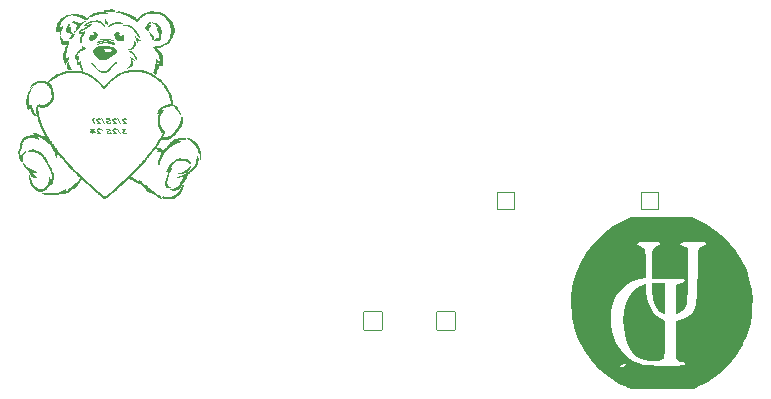
<source format=gbo>
%TF.GenerationSoftware,KiCad,Pcbnew,9.0.0*%
%TF.CreationDate,2025-04-03T14:13:48-04:00*%
%TF.ProjectId,Uno Shield Project,556e6f20-5368-4696-956c-642050726f6a,rev?*%
%TF.SameCoordinates,Original*%
%TF.FileFunction,Legend,Bot*%
%TF.FilePolarity,Positive*%
%FSLAX46Y46*%
G04 Gerber Fmt 4.6, Leading zero omitted, Abs format (unit mm)*
G04 Created by KiCad (PCBNEW 9.0.0) date 2025-04-03 14:13:48*
%MOMM*%
%LPD*%
G01*
G04 APERTURE LIST*
G04 Aperture macros list*
%AMRoundRect*
0 Rectangle with rounded corners*
0 $1 Rounding radius*
0 $2 $3 $4 $5 $6 $7 $8 $9 X,Y pos of 4 corners*
0 Add a 4 corners polygon primitive as box body*
4,1,4,$2,$3,$4,$5,$6,$7,$8,$9,$2,$3,0*
0 Add four circle primitives for the rounded corners*
1,1,$1+$1,$2,$3*
1,1,$1+$1,$4,$5*
1,1,$1+$1,$6,$7*
1,1,$1+$1,$8,$9*
0 Add four rect primitives between the rounded corners*
20,1,$1+$1,$2,$3,$4,$5,0*
20,1,$1+$1,$4,$5,$6,$7,0*
20,1,$1+$1,$6,$7,$8,$9,0*
20,1,$1+$1,$8,$9,$2,$3,0*%
G04 Aperture macros list end*
%ADD10C,0.101600*%
%ADD11C,0.000000*%
%ADD12RoundRect,0.038000X0.850000X-0.850000X0.850000X0.850000X-0.850000X0.850000X-0.850000X-0.850000X0*%
%ADD13O,1.776000X1.776000*%
%ADD14C,1.676000*%
%ADD15O,1.676000X1.676000*%
%ADD16RoundRect,0.038000X-0.750000X0.750000X-0.750000X-0.750000X0.750000X-0.750000X0.750000X0.750000X0*%
%ADD17C,1.576000*%
%ADD18RoundRect,0.038000X-0.900000X-0.900000X0.900000X-0.900000X0.900000X0.900000X-0.900000X0.900000X0*%
%ADD19C,1.876000*%
%ADD20RoundRect,0.038000X0.750000X-0.750000X0.750000X0.750000X-0.750000X0.750000X-0.750000X-0.750000X0*%
%ADD21C,3.276000*%
%ADD22RoundRect,0.038000X0.800000X0.800000X-0.800000X0.800000X-0.800000X-0.800000X0.800000X-0.800000X0*%
%ADD23RoundRect,0.038000X-0.800000X-0.800000X0.800000X-0.800000X0.800000X0.800000X-0.800000X0.800000X0*%
G04 APERTURE END LIST*
D10*
G36*
X110709941Y-72782982D02*
G01*
X110713410Y-72818087D01*
X110723899Y-72852429D01*
X110741923Y-72886599D01*
X110768483Y-72921053D01*
X110805014Y-72956098D01*
X110846532Y-72987365D01*
X110890622Y-73013498D01*
X110937529Y-73034675D01*
X110987560Y-73050954D01*
X110750204Y-73050954D01*
X110785938Y-73152200D01*
X111148238Y-73152200D01*
X111118398Y-73052939D01*
X111068371Y-73028877D01*
X111015430Y-72995349D01*
X110959116Y-72951011D01*
X110918870Y-72912662D01*
X110891240Y-72879281D01*
X110873702Y-72850095D01*
X110864200Y-72824295D01*
X110861251Y-72801035D01*
X110863890Y-72774052D01*
X110870759Y-72755631D01*
X110881012Y-72743403D01*
X110894886Y-72735996D01*
X110913642Y-72733321D01*
X110918171Y-72733321D01*
X110916434Y-72748148D01*
X110919604Y-72770283D01*
X110928988Y-72789806D01*
X110945219Y-72807487D01*
X110964332Y-72820316D01*
X110985413Y-72827976D01*
X111009087Y-72830596D01*
X111032281Y-72827981D01*
X111053133Y-72820299D01*
X111072241Y-72807363D01*
X111088255Y-72789645D01*
X111097542Y-72770029D01*
X111100686Y-72747745D01*
X111097128Y-72720548D01*
X111087144Y-72699295D01*
X111070735Y-72682539D01*
X111046558Y-72669763D01*
X111021439Y-72662919D01*
X110982300Y-72657890D01*
X110924406Y-72655898D01*
X110864094Y-72657968D01*
X110821205Y-72663309D01*
X110791831Y-72670787D01*
X110761311Y-72684878D01*
X110738897Y-72702741D01*
X110723138Y-72724461D01*
X110713397Y-72750777D01*
X110709941Y-72782982D01*
G37*
G36*
X110265472Y-72663839D02*
G01*
X110532700Y-73152200D01*
X110607300Y-73152200D01*
X110340104Y-72663839D01*
X110265472Y-72663839D01*
G37*
G36*
X109853325Y-72782982D02*
G01*
X109856794Y-72818087D01*
X109867283Y-72852429D01*
X109885306Y-72886599D01*
X109911866Y-72921053D01*
X109948398Y-72956098D01*
X109989915Y-72987365D01*
X110034005Y-73013498D01*
X110080913Y-73034675D01*
X110130944Y-73050954D01*
X109893588Y-73050954D01*
X109929321Y-73152200D01*
X110291621Y-73152200D01*
X110261781Y-73052939D01*
X110211755Y-73028877D01*
X110158814Y-72995349D01*
X110102499Y-72951011D01*
X110062253Y-72912662D01*
X110034624Y-72879281D01*
X110017085Y-72850095D01*
X110007583Y-72824295D01*
X110004635Y-72801035D01*
X110007274Y-72774052D01*
X110014143Y-72755631D01*
X110024395Y-72743403D01*
X110038270Y-72735996D01*
X110057026Y-72733321D01*
X110061555Y-72733321D01*
X110059818Y-72748148D01*
X110062988Y-72770283D01*
X110072372Y-72789806D01*
X110088603Y-72807487D01*
X110107716Y-72820316D01*
X110128797Y-72827976D01*
X110152471Y-72830596D01*
X110175664Y-72827981D01*
X110196517Y-72820299D01*
X110215625Y-72807363D01*
X110231638Y-72789645D01*
X110240926Y-72770029D01*
X110244069Y-72747745D01*
X110240511Y-72720548D01*
X110230528Y-72699295D01*
X110214118Y-72682539D01*
X110189942Y-72669763D01*
X110164823Y-72662919D01*
X110125684Y-72657890D01*
X110067789Y-72655898D01*
X110007478Y-72657968D01*
X109964588Y-72663309D01*
X109935215Y-72670787D01*
X109904695Y-72684878D01*
X109882281Y-72702741D01*
X109866521Y-72724461D01*
X109856780Y-72750777D01*
X109853325Y-72782982D01*
G37*
G36*
X109320732Y-72663839D02*
G01*
X109362700Y-72763099D01*
X109541089Y-72763099D01*
X109571612Y-72846478D01*
X109522695Y-72846478D01*
X109481625Y-72849018D01*
X109448398Y-72856012D01*
X109421637Y-72866745D01*
X109400202Y-72880847D01*
X109380107Y-72901016D01*
X109366206Y-72922614D01*
X109357807Y-72946010D01*
X109354728Y-72971794D01*
X109357505Y-72999499D01*
X109366241Y-73026517D01*
X109381425Y-73053371D01*
X109404017Y-73080453D01*
X109431871Y-73105247D01*
X109463091Y-73125701D01*
X109498057Y-73141955D01*
X109537273Y-73153961D01*
X109581349Y-73161483D01*
X109630982Y-73164111D01*
X109662195Y-73162900D01*
X109693795Y-73159241D01*
X109716862Y-73153785D01*
X109736681Y-73144311D01*
X109753817Y-73130765D01*
X109767256Y-73113817D01*
X109775108Y-73095370D01*
X109777763Y-73074807D01*
X109774794Y-73053040D01*
X109766004Y-73033639D01*
X109750870Y-73015903D01*
X109731758Y-73002307D01*
X109710413Y-72994185D01*
X109686134Y-72991398D01*
X109661395Y-72994195D01*
X109639779Y-73002322D01*
X109620560Y-73015872D01*
X109605312Y-73033602D01*
X109596466Y-73052981D01*
X109593480Y-73074714D01*
X109594928Y-73089503D01*
X109599374Y-73104555D01*
X109573463Y-73097859D01*
X109550187Y-73084644D01*
X109528930Y-73064168D01*
X109513232Y-73040483D01*
X109504169Y-73016293D01*
X109501168Y-72991026D01*
X109504438Y-72968285D01*
X109513983Y-72948960D01*
X109530326Y-72932152D01*
X109553747Y-72918406D01*
X109584822Y-72909379D01*
X109625740Y-72906034D01*
X109718052Y-72906034D01*
X109632688Y-72663839D01*
X109320732Y-72663839D01*
G37*
G36*
X108923473Y-72663839D02*
G01*
X109190701Y-73152200D01*
X109265301Y-73152200D01*
X108998105Y-72663839D01*
X108923473Y-72663839D01*
G37*
G36*
X108511326Y-72782982D02*
G01*
X108514795Y-72818087D01*
X108525284Y-72852429D01*
X108543307Y-72886599D01*
X108569867Y-72921053D01*
X108606399Y-72956098D01*
X108647916Y-72987365D01*
X108692006Y-73013498D01*
X108738913Y-73034675D01*
X108788945Y-73050954D01*
X108551588Y-73050954D01*
X108587322Y-73152200D01*
X108949622Y-73152200D01*
X108919782Y-73052939D01*
X108869756Y-73028877D01*
X108816814Y-72995349D01*
X108760500Y-72951011D01*
X108720254Y-72912662D01*
X108692625Y-72879281D01*
X108675086Y-72850095D01*
X108665584Y-72824295D01*
X108662636Y-72801035D01*
X108665275Y-72774052D01*
X108672144Y-72755631D01*
X108682396Y-72743403D01*
X108696271Y-72735996D01*
X108715027Y-72733321D01*
X108719555Y-72733321D01*
X108717818Y-72748148D01*
X108720989Y-72770283D01*
X108730373Y-72789806D01*
X108746604Y-72807487D01*
X108765716Y-72820316D01*
X108786798Y-72827976D01*
X108810472Y-72830596D01*
X108833665Y-72827981D01*
X108854518Y-72820299D01*
X108873626Y-72807363D01*
X108889639Y-72789645D01*
X108898926Y-72770029D01*
X108902070Y-72747745D01*
X108898512Y-72720548D01*
X108888529Y-72699295D01*
X108872119Y-72682539D01*
X108847942Y-72669763D01*
X108822823Y-72662919D01*
X108783685Y-72657890D01*
X108725790Y-72655898D01*
X108665478Y-72657968D01*
X108622589Y-72663309D01*
X108593216Y-72670787D01*
X108562696Y-72684878D01*
X108540282Y-72702741D01*
X108524522Y-72724461D01*
X108514781Y-72750777D01*
X108511326Y-72782982D01*
G37*
G36*
X108174089Y-72761951D02*
G01*
X108310479Y-73152200D01*
X108436446Y-73152200D01*
X108299374Y-72751188D01*
X108409367Y-72751188D01*
X108363211Y-72663839D01*
X108227535Y-72663839D01*
X108210093Y-72665690D01*
X108195861Y-72670902D01*
X108184139Y-72679317D01*
X108174662Y-72691329D01*
X108168853Y-72705886D01*
X108166800Y-72723736D01*
X108168520Y-72741528D01*
X108174089Y-72761951D01*
G37*
G36*
X110682893Y-73517279D02*
G01*
X110802936Y-73692132D01*
X110780288Y-73706545D01*
X110759869Y-73724777D01*
X110741519Y-73747191D01*
X110725820Y-73773798D01*
X110716957Y-73799234D01*
X110714098Y-73824055D01*
X110716672Y-73856170D01*
X110724116Y-73884820D01*
X110736254Y-73910611D01*
X110753232Y-73934007D01*
X110775515Y-73955296D01*
X110801890Y-73973312D01*
X110833145Y-73988580D01*
X110869999Y-74000925D01*
X110913301Y-74010013D01*
X110970109Y-74015651D01*
X111038927Y-74015566D01*
X111062581Y-74011960D01*
X111083687Y-74003669D01*
X111102795Y-73990564D01*
X111118797Y-73972591D01*
X111128092Y-73952706D01*
X111131239Y-73930140D01*
X111128073Y-73907363D01*
X111118764Y-73887499D01*
X111102795Y-73869746D01*
X111083707Y-73856995D01*
X111062843Y-73849408D01*
X111039610Y-73846823D01*
X111015915Y-73849409D01*
X110994831Y-73856963D01*
X110975742Y-73869591D01*
X110959762Y-73887263D01*
X110950459Y-73907004D01*
X110947298Y-73929612D01*
X110948898Y-73945651D01*
X110953563Y-73959980D01*
X110929120Y-73955351D01*
X110908101Y-73944471D01*
X110889696Y-73926821D01*
X110876315Y-73905694D01*
X110868209Y-73881889D01*
X110865408Y-73854671D01*
X110868075Y-73831334D01*
X110875973Y-73809964D01*
X110889385Y-73789991D01*
X110909144Y-73771075D01*
X110934760Y-73754483D01*
X110960997Y-73743817D01*
X110988273Y-73738629D01*
X110887617Y-73616539D01*
X111077111Y-73616539D01*
X111038927Y-73517279D01*
X110682893Y-73517279D01*
G37*
G36*
X110281850Y-73517279D02*
G01*
X110549078Y-74005640D01*
X110623678Y-74005640D01*
X110356482Y-73517279D01*
X110281850Y-73517279D01*
G37*
G36*
X109869703Y-73636422D02*
G01*
X109873172Y-73671527D01*
X109883661Y-73705869D01*
X109901684Y-73740039D01*
X109928244Y-73774493D01*
X109964776Y-73809538D01*
X110006293Y-73840805D01*
X110050383Y-73866938D01*
X110097291Y-73888115D01*
X110147322Y-73904394D01*
X109909965Y-73904394D01*
X109945699Y-74005640D01*
X110307999Y-74005640D01*
X110278159Y-73906379D01*
X110228133Y-73882317D01*
X110175191Y-73848789D01*
X110118877Y-73804451D01*
X110078631Y-73766102D01*
X110051002Y-73732721D01*
X110033463Y-73703535D01*
X110023961Y-73677735D01*
X110021013Y-73654475D01*
X110023652Y-73627492D01*
X110030521Y-73609071D01*
X110040773Y-73596843D01*
X110054648Y-73589436D01*
X110073404Y-73586761D01*
X110077933Y-73586761D01*
X110076195Y-73601588D01*
X110079366Y-73623723D01*
X110088750Y-73643246D01*
X110104981Y-73660927D01*
X110124093Y-73673756D01*
X110145175Y-73681416D01*
X110168849Y-73684036D01*
X110192042Y-73681421D01*
X110212895Y-73673739D01*
X110232003Y-73660803D01*
X110248016Y-73643085D01*
X110257304Y-73623469D01*
X110260447Y-73601185D01*
X110256889Y-73573988D01*
X110246906Y-73552735D01*
X110230496Y-73535979D01*
X110206319Y-73523203D01*
X110181201Y-73516359D01*
X110142062Y-73511330D01*
X110084167Y-73509338D01*
X110023856Y-73511408D01*
X109980966Y-73516749D01*
X109951593Y-73524227D01*
X109921073Y-73538318D01*
X109898659Y-73556181D01*
X109882899Y-73577901D01*
X109873158Y-73604217D01*
X109869703Y-73636422D01*
G37*
G36*
X109337110Y-73517279D02*
G01*
X109379078Y-73616539D01*
X109557467Y-73616539D01*
X109587990Y-73699918D01*
X109539073Y-73699918D01*
X109498003Y-73702458D01*
X109464776Y-73709452D01*
X109438015Y-73720185D01*
X109416580Y-73734287D01*
X109396485Y-73754456D01*
X109382584Y-73776054D01*
X109374185Y-73799450D01*
X109371106Y-73825234D01*
X109373883Y-73852939D01*
X109382619Y-73879957D01*
X109397803Y-73906811D01*
X109420395Y-73933893D01*
X109448249Y-73958687D01*
X109479469Y-73979141D01*
X109514435Y-73995395D01*
X109553651Y-74007401D01*
X109597727Y-74014923D01*
X109647360Y-74017551D01*
X109678573Y-74016340D01*
X109710173Y-74012681D01*
X109733240Y-74007225D01*
X109753059Y-73997751D01*
X109770195Y-73984205D01*
X109783633Y-73967257D01*
X109791486Y-73948810D01*
X109794141Y-73928247D01*
X109791172Y-73906480D01*
X109782381Y-73887079D01*
X109767248Y-73869343D01*
X109748135Y-73855747D01*
X109726791Y-73847625D01*
X109702511Y-73844838D01*
X109677773Y-73847635D01*
X109656157Y-73855762D01*
X109636938Y-73869312D01*
X109621690Y-73887042D01*
X109612844Y-73906421D01*
X109609858Y-73928154D01*
X109611306Y-73942943D01*
X109615752Y-73957995D01*
X109589841Y-73951299D01*
X109566565Y-73938084D01*
X109545308Y-73917608D01*
X109529610Y-73893923D01*
X109520547Y-73869733D01*
X109517546Y-73844466D01*
X109520815Y-73821725D01*
X109530361Y-73802400D01*
X109546704Y-73785592D01*
X109570125Y-73771846D01*
X109601200Y-73762819D01*
X109642118Y-73759474D01*
X109734430Y-73759474D01*
X109649066Y-73517279D01*
X109337110Y-73517279D01*
G37*
G36*
X108939851Y-73517279D02*
G01*
X109207079Y-74005640D01*
X109281679Y-74005640D01*
X109014483Y-73517279D01*
X108939851Y-73517279D01*
G37*
G36*
X108527704Y-73636422D02*
G01*
X108531173Y-73671527D01*
X108541662Y-73705869D01*
X108559685Y-73740039D01*
X108586245Y-73774493D01*
X108622777Y-73809538D01*
X108664294Y-73840805D01*
X108708384Y-73866938D01*
X108755291Y-73888115D01*
X108805322Y-73904394D01*
X108567966Y-73904394D01*
X108603700Y-74005640D01*
X108966000Y-74005640D01*
X108936160Y-73906379D01*
X108886134Y-73882317D01*
X108833192Y-73848789D01*
X108776878Y-73804451D01*
X108736632Y-73766102D01*
X108709003Y-73732721D01*
X108691464Y-73703535D01*
X108681962Y-73677735D01*
X108679014Y-73654475D01*
X108681653Y-73627492D01*
X108688522Y-73609071D01*
X108698774Y-73596843D01*
X108712649Y-73589436D01*
X108731405Y-73586761D01*
X108735933Y-73586761D01*
X108734196Y-73601588D01*
X108737367Y-73623723D01*
X108746751Y-73643246D01*
X108762982Y-73660927D01*
X108782094Y-73673756D01*
X108803176Y-73681416D01*
X108826850Y-73684036D01*
X108850043Y-73681421D01*
X108870896Y-73673739D01*
X108890004Y-73660803D01*
X108906017Y-73643085D01*
X108915304Y-73623469D01*
X108918448Y-73601185D01*
X108914890Y-73573988D01*
X108904907Y-73552735D01*
X108888497Y-73535979D01*
X108864320Y-73523203D01*
X108839201Y-73516359D01*
X108800063Y-73511330D01*
X108742168Y-73509338D01*
X108681856Y-73511408D01*
X108638967Y-73516749D01*
X108609594Y-73524227D01*
X108579074Y-73538318D01*
X108556660Y-73556181D01*
X108540900Y-73577901D01*
X108531159Y-73604217D01*
X108527704Y-73636422D01*
G37*
G36*
X107978112Y-73769400D02*
G01*
X108014187Y-73868660D01*
X108103707Y-73868660D01*
X108153679Y-74005640D01*
X108278623Y-74005640D01*
X108229706Y-73868660D01*
X108410856Y-73868660D01*
X108436074Y-73865568D01*
X108451561Y-73857714D01*
X108460419Y-73845806D01*
X108463588Y-73828553D01*
X108460160Y-73811441D01*
X108449350Y-73795084D01*
X108335542Y-73672094D01*
X108352840Y-73665015D01*
X108367595Y-73655116D01*
X108380147Y-73642254D01*
X108389738Y-73627161D01*
X108395394Y-73611129D01*
X108397301Y-73593771D01*
X108394140Y-73571163D01*
X108384836Y-73551422D01*
X108368856Y-73533750D01*
X108349558Y-73521131D01*
X108328469Y-73513704D01*
X108304989Y-73511323D01*
X108280105Y-73514251D01*
X108258387Y-73522770D01*
X108239074Y-73537038D01*
X108224008Y-73555596D01*
X108215067Y-73576641D01*
X108211994Y-73600999D01*
X108214944Y-73621115D01*
X108224228Y-73641821D01*
X108241152Y-73663781D01*
X108339699Y-73769400D01*
X108199152Y-73769400D01*
X108106840Y-73517279D01*
X107980873Y-73517279D01*
X108069028Y-73769400D01*
X107978112Y-73769400D01*
G37*
D11*
%TO.C,G\u002A\u002A\u002A*%
G36*
X156698704Y-87875836D02*
G01*
X156697303Y-88170036D01*
X156690566Y-88564606D01*
X156679214Y-88885276D01*
X156664310Y-89104899D01*
X156646920Y-89196326D01*
X156622267Y-89217960D01*
X156533023Y-89240715D01*
X156405719Y-89177930D01*
X156206322Y-89015648D01*
X156083508Y-88894395D01*
X155811070Y-88479877D01*
X155633281Y-87944573D01*
X155549502Y-87286795D01*
X155514564Y-86607131D01*
X156106634Y-86607131D01*
X156698704Y-86607131D01*
X156698704Y-87875836D01*
G37*
G36*
X155019475Y-86716748D02*
G01*
X155054616Y-86864762D01*
X155068860Y-87092605D01*
X155074851Y-87305867D01*
X155163410Y-87956559D01*
X155350440Y-88536665D01*
X155626554Y-89028105D01*
X155982363Y-89412797D01*
X156408479Y-89672662D01*
X156698704Y-89793925D01*
X156698704Y-90986017D01*
X156698440Y-91158825D01*
X156691841Y-91734643D01*
X156674617Y-92180037D01*
X156644426Y-92514655D01*
X156598925Y-92758146D01*
X156535772Y-92930158D01*
X156452625Y-93050340D01*
X156358898Y-93115456D01*
X156107490Y-93188697D01*
X155770748Y-93218770D01*
X155388513Y-93205680D01*
X155000628Y-93149435D01*
X154646936Y-93050040D01*
X154446104Y-92959921D01*
X154027480Y-92653325D01*
X153684243Y-92219050D01*
X153420607Y-91665030D01*
X153240783Y-90999197D01*
X153148985Y-90229485D01*
X153136186Y-89795307D01*
X153186342Y-89000032D01*
X153337403Y-88315524D01*
X153588519Y-87744944D01*
X153938842Y-87291453D01*
X154045534Y-87195897D01*
X154293851Y-87013267D01*
X154565388Y-86848999D01*
X154812862Y-86730407D01*
X154988989Y-86684807D01*
X155019475Y-86716748D01*
G37*
G36*
X162512018Y-83662241D02*
G01*
X163100404Y-84556503D01*
X163563075Y-85529204D01*
X163890404Y-86568293D01*
X163957158Y-86854714D01*
X164017958Y-87159019D01*
X164054315Y-87434669D01*
X164070043Y-87727598D01*
X164068958Y-88083739D01*
X164054872Y-88549027D01*
X164048958Y-88697079D01*
X163999518Y-89398861D01*
X163911204Y-90002899D01*
X163772845Y-90555827D01*
X163573269Y-91104281D01*
X163301306Y-91694899D01*
X163229536Y-91835743D01*
X162661205Y-92765172D01*
X161979038Y-93602799D01*
X161963426Y-93617422D01*
X161196527Y-94335738D01*
X160327169Y-94951097D01*
X159384456Y-95435989D01*
X159330839Y-95458372D01*
X159217925Y-95499937D01*
X159094706Y-95532850D01*
X158943049Y-95558179D01*
X158744825Y-95576993D01*
X158481902Y-95590361D01*
X158136150Y-95599353D01*
X157689439Y-95605037D01*
X157123637Y-95608483D01*
X156420614Y-95610760D01*
X155953505Y-95611875D01*
X155342080Y-95612362D01*
X154855960Y-95610423D01*
X154476846Y-95605034D01*
X154186442Y-95595167D01*
X153966448Y-95579796D01*
X153798568Y-95557896D01*
X153664505Y-95528440D01*
X153545959Y-95490403D01*
X153424634Y-95442758D01*
X152788527Y-95142923D01*
X151916542Y-94594050D01*
X151119134Y-93925426D01*
X150821060Y-93600586D01*
X152888727Y-93600586D01*
X152908109Y-93685279D01*
X153047939Y-93731951D01*
X153139231Y-93718775D01*
X153203291Y-93631967D01*
X153210644Y-93582936D01*
X153275271Y-93520281D01*
X153318791Y-93541023D01*
X153382775Y-93656214D01*
X153388796Y-93678268D01*
X153414117Y-93722537D01*
X153427308Y-93617422D01*
X153419464Y-93514394D01*
X153346895Y-93461919D01*
X153164609Y-93462071D01*
X153148046Y-93463483D01*
X152973978Y-93514459D01*
X152888727Y-93600586D01*
X150821060Y-93600586D01*
X150410447Y-93153101D01*
X149804624Y-92293123D01*
X149315808Y-91361543D01*
X148958143Y-90374409D01*
X148915973Y-90220268D01*
X148836795Y-89871524D01*
X148781782Y-89507936D01*
X148777101Y-89454080D01*
X152073701Y-89454080D01*
X152096326Y-90261710D01*
X152246590Y-91012545D01*
X152517623Y-91694534D01*
X152902556Y-92295628D01*
X153394519Y-92803777D01*
X153986643Y-93206930D01*
X154672058Y-93493040D01*
X154814145Y-93525085D01*
X155092745Y-93558018D01*
X155486378Y-93580674D01*
X156008410Y-93593753D01*
X156672211Y-93597957D01*
X156995489Y-93597780D01*
X157465390Y-93595891D01*
X157810013Y-93590538D01*
X158048670Y-93580028D01*
X158200675Y-93562667D01*
X158285340Y-93536760D01*
X158321976Y-93500614D01*
X158329896Y-93452533D01*
X158321549Y-93397759D01*
X158233000Y-93312083D01*
X158021645Y-93257817D01*
X157776169Y-93181953D01*
X157633265Y-93058806D01*
X157609791Y-92958219D01*
X157586426Y-92713017D01*
X157568564Y-92349862D01*
X157557152Y-91888947D01*
X157553138Y-91350464D01*
X157553170Y-91215515D01*
X157554506Y-90718659D01*
X157559129Y-90352724D01*
X157568842Y-90097852D01*
X157585448Y-89934185D01*
X157610750Y-89841866D01*
X157646550Y-89801037D01*
X157694653Y-89791841D01*
X157878239Y-89769693D01*
X158212257Y-89658463D01*
X158545551Y-89480132D01*
X158814530Y-89264636D01*
X158872153Y-89203655D01*
X159008860Y-89042814D01*
X159118641Y-88874993D01*
X159204855Y-88681645D01*
X159270858Y-88444222D01*
X159320009Y-88144180D01*
X159355666Y-87762972D01*
X159381187Y-87282051D01*
X159399930Y-86682872D01*
X159415253Y-85946886D01*
X159417834Y-85810506D01*
X159430867Y-85241103D01*
X159446210Y-84725387D01*
X159463008Y-84283687D01*
X159480408Y-83936336D01*
X159497555Y-83703662D01*
X159513595Y-83605998D01*
X159520861Y-83596735D01*
X159645639Y-83523905D01*
X159843717Y-83466545D01*
X159911516Y-83452040D01*
X160070598Y-83380561D01*
X160116441Y-83261358D01*
X160116370Y-83252328D01*
X160105841Y-83193743D01*
X160060525Y-83154354D01*
X159956320Y-83131170D01*
X159769126Y-83121202D01*
X159474840Y-83121457D01*
X159049363Y-83128945D01*
X158856084Y-83133197D01*
X158479163Y-83145433D01*
X158224461Y-83162743D01*
X158068412Y-83188327D01*
X157987450Y-83225385D01*
X157958011Y-83277114D01*
X157955470Y-83302393D01*
X158015272Y-83394462D01*
X158208548Y-83455228D01*
X158426313Y-83534939D01*
X158569239Y-83667249D01*
X158574437Y-83679962D01*
X158597724Y-83832469D01*
X158614381Y-84110496D01*
X158624783Y-84489107D01*
X158629308Y-84943364D01*
X158628332Y-85448328D01*
X158622232Y-85979062D01*
X158611384Y-86510627D01*
X158596167Y-87018086D01*
X158576955Y-87476501D01*
X158554126Y-87860934D01*
X158528057Y-88146447D01*
X158499125Y-88308102D01*
X158485647Y-88347341D01*
X158319023Y-88697075D01*
X158102115Y-88983493D01*
X157862351Y-89177028D01*
X157627159Y-89248110D01*
X157627076Y-89248109D01*
X157602276Y-89175386D01*
X157582216Y-88979569D01*
X157567228Y-88692755D01*
X157557644Y-88347040D01*
X157553798Y-87974521D01*
X157556020Y-87607294D01*
X157564643Y-87277456D01*
X157579999Y-87017103D01*
X157602422Y-86858333D01*
X157623713Y-86802570D01*
X157746195Y-86684019D01*
X157989740Y-86596665D01*
X158121120Y-86558761D01*
X158282338Y-86474902D01*
X158329896Y-86364882D01*
X158323056Y-86317000D01*
X158286959Y-86277831D01*
X158200558Y-86250707D01*
X158042843Y-86233433D01*
X157792806Y-86223813D01*
X157429438Y-86219651D01*
X156931731Y-86218752D01*
X155533566Y-86218752D01*
X155533566Y-85096107D01*
X155534393Y-84854833D01*
X155544790Y-84395483D01*
X155572020Y-84059201D01*
X155622231Y-83823566D01*
X155701571Y-83666155D01*
X155816187Y-83564547D01*
X155972228Y-83496320D01*
X156160213Y-83401621D01*
X156232649Y-83261046D01*
X156229988Y-83223102D01*
X156201413Y-83171965D01*
X156120352Y-83139397D01*
X155961092Y-83121260D01*
X155697920Y-83113414D01*
X155305123Y-83111718D01*
X155289976Y-83111724D01*
X154826780Y-83120298D01*
X154512659Y-83147276D01*
X154342223Y-83195820D01*
X154310088Y-83269089D01*
X154410866Y-83370244D01*
X154639171Y-83502445D01*
X154682051Y-83525291D01*
X154826380Y-83625888D01*
X154929830Y-83758513D01*
X154998976Y-83947790D01*
X155040396Y-84218342D01*
X155060667Y-84594792D01*
X155066366Y-85101765D01*
X155067511Y-86198540D01*
X154582037Y-86292761D01*
X153946684Y-86467842D01*
X153364633Y-86756763D01*
X152893796Y-87151681D01*
X152530875Y-87656227D01*
X152272574Y-88274032D01*
X152115594Y-89008728D01*
X152073701Y-89454080D01*
X148777101Y-89454080D01*
X148744825Y-89082703D01*
X148719814Y-88549027D01*
X148708448Y-88181378D01*
X148704449Y-87803265D01*
X148716310Y-87499256D01*
X148747880Y-87223456D01*
X148803008Y-86929974D01*
X148885543Y-86572917D01*
X149038673Y-86022472D01*
X149440052Y-85002164D01*
X149970771Y-84062517D01*
X150624080Y-83211722D01*
X151393229Y-82457968D01*
X152271469Y-81809446D01*
X153252051Y-81274345D01*
X153814516Y-81014471D01*
X156395052Y-81014471D01*
X158975588Y-81014471D01*
X159762322Y-81400603D01*
X160088830Y-81570597D01*
X160996605Y-82157238D01*
X161807543Y-82858470D01*
X162160659Y-83261358D01*
X162512018Y-83662241D01*
G37*
G36*
X109077525Y-66091557D02*
G01*
X109137739Y-66099594D01*
X109161054Y-66111924D01*
X109157133Y-66124030D01*
X109122923Y-66155732D01*
X109074228Y-66179164D01*
X109036537Y-66180324D01*
X109035464Y-66179816D01*
X108998714Y-66180850D01*
X108927731Y-66193267D01*
X108836817Y-66214612D01*
X108754262Y-66235116D01*
X108636209Y-66258944D01*
X108564855Y-66264109D01*
X108540912Y-66250524D01*
X108543387Y-66238438D01*
X108574596Y-66195152D01*
X108624808Y-66155827D01*
X108672588Y-66138673D01*
X108697976Y-66135144D01*
X108734706Y-66112834D01*
X108759685Y-66101706D01*
X108821494Y-66092886D01*
X108904804Y-66088234D01*
X108995014Y-66087780D01*
X109077525Y-66091557D01*
G37*
G36*
X111293872Y-66913328D02*
G01*
X111361699Y-66933177D01*
X111443602Y-66952927D01*
X111447594Y-66953799D01*
X111525964Y-66990481D01*
X111617694Y-67060907D01*
X111712413Y-67153899D01*
X111799749Y-67258277D01*
X111869331Y-67362862D01*
X111910785Y-67456476D01*
X111927020Y-67505705D01*
X111956752Y-67577469D01*
X111970142Y-67620973D01*
X111967742Y-67677276D01*
X111953267Y-67698983D01*
X111919810Y-67694446D01*
X111875099Y-67641947D01*
X111820455Y-67542691D01*
X111791053Y-67489455D01*
X111700783Y-67364611D01*
X111584389Y-67236613D01*
X111455338Y-67119528D01*
X111327099Y-67027422D01*
X111261330Y-66983485D01*
X111210210Y-66937579D01*
X111197725Y-66907604D01*
X111225179Y-66898031D01*
X111293872Y-66913328D01*
G37*
G36*
X113050860Y-65328713D02*
G01*
X113083900Y-65376368D01*
X113102292Y-65408764D01*
X113151481Y-65477579D01*
X113212544Y-65550783D01*
X113280672Y-65629324D01*
X113356972Y-65727615D01*
X113406737Y-65805917D01*
X113424533Y-65856395D01*
X113415123Y-65887222D01*
X113381770Y-65936384D01*
X113358494Y-65957767D01*
X113304869Y-65981953D01*
X113261504Y-65973752D01*
X113243658Y-65933484D01*
X113239526Y-65903806D01*
X113217819Y-65867361D01*
X113204552Y-65852420D01*
X113191980Y-65804191D01*
X113180614Y-65746212D01*
X113140086Y-65661234D01*
X113081429Y-65585163D01*
X113054899Y-65546472D01*
X113036944Y-65479451D01*
X113031329Y-65437981D01*
X113011105Y-65402254D01*
X112987890Y-65369715D01*
X112991002Y-65330591D01*
X113019877Y-65311816D01*
X113050860Y-65328713D01*
G37*
G36*
X109292487Y-64231108D02*
G01*
X109362560Y-64304339D01*
X109419163Y-64385382D01*
X109468805Y-64528246D01*
X109475872Y-64569455D01*
X109488515Y-64639600D01*
X109496453Y-64678754D01*
X109499279Y-64697151D01*
X109500025Y-64751337D01*
X109498935Y-64759999D01*
X109481360Y-64782537D01*
X109457362Y-64770209D01*
X109445286Y-64730124D01*
X109437957Y-64686000D01*
X109415670Y-64630290D01*
X109387792Y-64588161D01*
X109363990Y-64577732D01*
X109351978Y-64593297D01*
X109341929Y-64641520D01*
X109335508Y-64670211D01*
X109306458Y-64691674D01*
X109298997Y-64690079D01*
X109273402Y-64652805D01*
X109255769Y-64568937D01*
X109252820Y-64545414D01*
X109238018Y-64431649D01*
X109223282Y-64323464D01*
X109218872Y-64284653D01*
X109221977Y-64221081D01*
X109246071Y-64203294D01*
X109292487Y-64231108D01*
G37*
G36*
X111814487Y-65679497D02*
G01*
X111850525Y-65703542D01*
X111909199Y-65754321D01*
X111981489Y-65824285D01*
X112007790Y-65850217D01*
X112087719Y-65921468D01*
X112158454Y-65974411D01*
X112207175Y-65999113D01*
X112250761Y-66008965D01*
X112308322Y-66026183D01*
X112333639Y-66045264D01*
X112339284Y-66073264D01*
X112330610Y-66089587D01*
X112285808Y-66107710D01*
X112217971Y-66114051D01*
X112144291Y-66107656D01*
X112081961Y-66087567D01*
X112053780Y-66077380D01*
X112032923Y-66094018D01*
X112017891Y-66152165D01*
X112003477Y-66202813D01*
X111980478Y-66237891D01*
X111960333Y-66235295D01*
X111951695Y-66190070D01*
X111950032Y-66172821D01*
X111932929Y-66106596D01*
X111903290Y-66028574D01*
X111879454Y-65971203D01*
X111844262Y-65872455D01*
X111818281Y-65782161D01*
X111805072Y-65713401D01*
X111808196Y-65679256D01*
X111814487Y-65679497D01*
G37*
G36*
X108522084Y-65379309D02*
G01*
X108596277Y-65424953D01*
X108632849Y-65504519D01*
X108632865Y-65504603D01*
X108633144Y-65567995D01*
X108618572Y-65645987D01*
X108594386Y-65722098D01*
X108565819Y-65779850D01*
X108538106Y-65802762D01*
X108528945Y-65805605D01*
X108515072Y-65837017D01*
X108508748Y-65861476D01*
X108464410Y-65917327D01*
X108385799Y-65977683D01*
X108282519Y-66034394D01*
X108168214Y-66071895D01*
X108059508Y-66074664D01*
X107972901Y-66041233D01*
X107915629Y-65974532D01*
X107894930Y-65877491D01*
X107902106Y-65797370D01*
X107934362Y-65701540D01*
X107986551Y-65635111D01*
X108052054Y-65605509D01*
X108124254Y-65620159D01*
X108168744Y-65635829D01*
X108232390Y-65621058D01*
X108259560Y-65601221D01*
X108277656Y-65559138D01*
X108277608Y-65484493D01*
X108269599Y-65376414D01*
X108384348Y-65368228D01*
X108409110Y-65366951D01*
X108522084Y-65379309D01*
G37*
G36*
X110322733Y-65338403D02*
G01*
X110395120Y-65353513D01*
X110453883Y-65382192D01*
X110486646Y-65416668D01*
X110481034Y-65449171D01*
X110458607Y-65488379D01*
X110459053Y-65558352D01*
X110495781Y-65626313D01*
X110540202Y-65661623D01*
X110604053Y-65667464D01*
X110666656Y-65621888D01*
X110674633Y-65612785D01*
X110719984Y-65576208D01*
X110760786Y-65583369D01*
X110810749Y-65635568D01*
X110859122Y-65721079D01*
X110883678Y-65831601D01*
X110875447Y-65940836D01*
X110835769Y-66034904D01*
X110765981Y-66099923D01*
X110744247Y-66110430D01*
X110627144Y-66136758D01*
X110495960Y-66128160D01*
X110367663Y-66087402D01*
X110259223Y-66017255D01*
X110205605Y-65963966D01*
X110113650Y-65838630D01*
X110059355Y-65708931D01*
X110045709Y-65583751D01*
X110075700Y-65471972D01*
X110119864Y-65405812D01*
X110196468Y-65353495D01*
X110303453Y-65337656D01*
X110322733Y-65338403D01*
G37*
G36*
X106152799Y-67845552D02*
G01*
X106179733Y-67896054D01*
X106200358Y-67980208D01*
X106219699Y-68083468D01*
X106248608Y-68189725D01*
X106279540Y-68258736D01*
X106309905Y-68283332D01*
X106332149Y-68297487D01*
X106344574Y-68344766D01*
X106352431Y-68388259D01*
X106383333Y-68438368D01*
X106403325Y-68461958D01*
X106422092Y-68519049D01*
X106421547Y-68529389D01*
X106408283Y-68553564D01*
X106368009Y-68564806D01*
X106288470Y-68567564D01*
X106210613Y-68561600D01*
X106129126Y-68537425D01*
X106081589Y-68499113D01*
X106076766Y-68451473D01*
X106079630Y-68436119D01*
X106062104Y-68400697D01*
X106060703Y-68399577D01*
X106048671Y-68364549D01*
X106040262Y-68296073D01*
X106035618Y-68208306D01*
X106034882Y-68115402D01*
X106038195Y-68031516D01*
X106045700Y-67970804D01*
X106057541Y-67947422D01*
X106077396Y-67929975D01*
X106097364Y-67880543D01*
X106101539Y-67866346D01*
X106124939Y-67833913D01*
X106152799Y-67845552D01*
G37*
G36*
X108642669Y-64331606D02*
G01*
X108747626Y-64381603D01*
X108826577Y-64418971D01*
X108898345Y-64448004D01*
X108940684Y-64459120D01*
X108959451Y-64463884D01*
X108980179Y-64498519D01*
X108993298Y-64528453D01*
X109038318Y-64560413D01*
X109076123Y-64582333D01*
X109143576Y-64642347D01*
X109214472Y-64722806D01*
X109278222Y-64810097D01*
X109324237Y-64890607D01*
X109341929Y-64950723D01*
X109336005Y-64953251D01*
X109301190Y-64932522D01*
X109242133Y-64885252D01*
X109166855Y-64817540D01*
X109155060Y-64806563D01*
X109054824Y-64721531D01*
X108961629Y-64655736D01*
X108889083Y-64618908D01*
X108870781Y-64612776D01*
X108792616Y-64585249D01*
X108734706Y-64562936D01*
X108733775Y-64562540D01*
X108672743Y-64537013D01*
X108599050Y-64506658D01*
X108559099Y-64487696D01*
X108523577Y-64450427D01*
X108515072Y-64388215D01*
X108518145Y-64345240D01*
X108535363Y-64313213D01*
X108574393Y-64308739D01*
X108642669Y-64331606D01*
G37*
G36*
X111789313Y-66030414D02*
G01*
X111819562Y-66089676D01*
X111836972Y-66154892D01*
X111847576Y-66284084D01*
X111832583Y-66411875D01*
X111794557Y-66522572D01*
X111736064Y-66600484D01*
X111712056Y-66628759D01*
X111693302Y-66684115D01*
X111671620Y-66727838D01*
X111606019Y-66768752D01*
X111595862Y-66773135D01*
X111535247Y-66805360D01*
X111501137Y-66833697D01*
X111473721Y-66847763D01*
X111409935Y-66858313D01*
X111329319Y-66862126D01*
X111250362Y-66858439D01*
X111191550Y-66846488D01*
X111178527Y-66840849D01*
X111151554Y-66815073D01*
X111169916Y-66793620D01*
X111228709Y-66784655D01*
X111251391Y-66782601D01*
X111329532Y-66759723D01*
X111409718Y-66719648D01*
X111467476Y-66675538D01*
X111538227Y-66606533D01*
X111602576Y-66530883D01*
X111649411Y-66461819D01*
X111667622Y-66412568D01*
X111667676Y-66411108D01*
X111680179Y-66368185D01*
X111707928Y-66307152D01*
X111711627Y-66299559D01*
X111735112Y-66217286D01*
X111740715Y-66128215D01*
X111743495Y-66053867D01*
X111761801Y-66019532D01*
X111789313Y-66030414D01*
G37*
G36*
X116494497Y-76683193D02*
G01*
X116522097Y-76710464D01*
X116511364Y-76765689D01*
X116462659Y-76844313D01*
X116455579Y-76853924D01*
X116410132Y-76929659D01*
X116381816Y-76999712D01*
X116358042Y-77053801D01*
X116321666Y-77088411D01*
X116308063Y-77094736D01*
X116253249Y-77128847D01*
X116187753Y-77177167D01*
X116166799Y-77193026D01*
X116088616Y-77242621D01*
X116019797Y-77274349D01*
X116007350Y-77278352D01*
X115926809Y-77305939D01*
X115840505Y-77337408D01*
X115775006Y-77355117D01*
X115670047Y-77371044D01*
X115560838Y-77377620D01*
X115471925Y-77376853D01*
X115417448Y-77371083D01*
X115394613Y-77357548D01*
X115393106Y-77333536D01*
X115400852Y-77314743D01*
X115439159Y-77291977D01*
X115517737Y-77281243D01*
X115545940Y-77278955D01*
X115627751Y-77266633D01*
X115685469Y-77250022D01*
X115695058Y-77245821D01*
X115760759Y-77222448D01*
X115840505Y-77199345D01*
X115964578Y-77149385D01*
X116099621Y-77062499D01*
X116225559Y-76951630D01*
X116326926Y-76828567D01*
X116368370Y-76770820D01*
X116429594Y-76704253D01*
X116475502Y-76681094D01*
X116494497Y-76683193D01*
G37*
G36*
X113088314Y-64505293D02*
G01*
X113117617Y-64530245D01*
X113099848Y-64574032D01*
X113035181Y-64635408D01*
X113002268Y-64666454D01*
X112968317Y-64716074D01*
X112956714Y-64757597D01*
X112969673Y-64779460D01*
X113009406Y-64770101D01*
X113044200Y-64755184D01*
X113099844Y-64743352D01*
X113101845Y-64743391D01*
X113134234Y-64762626D01*
X113136538Y-64801899D01*
X113107073Y-64838966D01*
X113036547Y-64904542D01*
X112980593Y-65006138D01*
X112959426Y-65117200D01*
X112958956Y-65142823D01*
X112952936Y-65208376D01*
X112942200Y-65242912D01*
X112929477Y-65254451D01*
X112913422Y-65255133D01*
X112885869Y-65233536D01*
X112834205Y-65182620D01*
X112816267Y-65165824D01*
X112756258Y-65122476D01*
X112708686Y-65105102D01*
X112684678Y-65094925D01*
X112649499Y-65055932D01*
X112620359Y-65003864D01*
X112606430Y-64956181D01*
X112616884Y-64930341D01*
X112659877Y-64912837D01*
X112740275Y-64858813D01*
X112774669Y-64794892D01*
X112787061Y-64758536D01*
X112826710Y-64688773D01*
X112882279Y-64613714D01*
X112886726Y-64608424D01*
X112950748Y-64540278D01*
X113002125Y-64507110D01*
X113054117Y-64500158D01*
X113088314Y-64505293D01*
G37*
G36*
X110439522Y-64505046D02*
G01*
X110524261Y-64523357D01*
X110561486Y-64533714D01*
X110647478Y-64554907D01*
X110711410Y-64567128D01*
X110753534Y-64581549D01*
X110776008Y-64614156D01*
X110773490Y-64627189D01*
X110743601Y-64646064D01*
X110672651Y-64649684D01*
X110628480Y-64649849D01*
X110532806Y-64653713D01*
X110412991Y-64661046D01*
X110285062Y-64670968D01*
X110140552Y-64686041D01*
X110026875Y-64705457D01*
X109932000Y-64732562D01*
X109839266Y-64771097D01*
X109838049Y-64771666D01*
X109754079Y-64809490D01*
X109688384Y-64836438D01*
X109655095Y-64846709D01*
X109637587Y-64852988D01*
X109600322Y-64885468D01*
X109597250Y-64889010D01*
X109554673Y-64918138D01*
X109514676Y-64921670D01*
X109496965Y-64897342D01*
X109497801Y-64889733D01*
X109520202Y-64841193D01*
X109562164Y-64784396D01*
X109608910Y-64737212D01*
X109645664Y-64717513D01*
X109653177Y-64716565D01*
X109702052Y-64695743D01*
X109763541Y-64656217D01*
X109785652Y-64640406D01*
X109844751Y-64606433D01*
X109915042Y-64580786D01*
X110009962Y-64559268D01*
X110142946Y-64537679D01*
X110198811Y-64529054D01*
X110284858Y-64514266D01*
X110343386Y-64502314D01*
X110366343Y-64499625D01*
X110439522Y-64505046D01*
G37*
G36*
X106295674Y-64628793D02*
G01*
X106308989Y-64650091D01*
X106279373Y-64682390D01*
X106248881Y-64714380D01*
X106205793Y-64797490D01*
X106176192Y-64903502D01*
X106166128Y-65014665D01*
X106167114Y-65041362D01*
X106173036Y-65082491D01*
X106182044Y-65082025D01*
X106203971Y-65042941D01*
X106247026Y-64988302D01*
X106292984Y-64943074D01*
X106326328Y-64924227D01*
X106332051Y-64927657D01*
X106339225Y-64965746D01*
X106333892Y-65034587D01*
X106331250Y-65138580D01*
X106351713Y-65242519D01*
X106390818Y-65326925D01*
X106443520Y-65376082D01*
X106485145Y-65405786D01*
X106497733Y-65445093D01*
X106467311Y-65475578D01*
X106445459Y-65483139D01*
X106365928Y-65484506D01*
X106283956Y-65439527D01*
X106278859Y-65435442D01*
X106236457Y-65393714D01*
X106222333Y-65364593D01*
X106224401Y-65349950D01*
X106210740Y-65337899D01*
X106182158Y-65354714D01*
X106153211Y-65394166D01*
X106125232Y-65430544D01*
X106059579Y-65453932D01*
X106044615Y-65453545D01*
X106016734Y-65445586D01*
X105998957Y-65418909D01*
X105986310Y-65362603D01*
X105973820Y-65265756D01*
X105967125Y-65192128D01*
X105970606Y-65067808D01*
X106000636Y-64959696D01*
X106061631Y-64846709D01*
X106080540Y-64813626D01*
X106110929Y-64751164D01*
X106139659Y-64706656D01*
X106193659Y-64657769D01*
X106251351Y-64628047D01*
X106295674Y-64628793D01*
G37*
G36*
X110859986Y-64727237D02*
G01*
X110959585Y-64735660D01*
X111117244Y-64749412D01*
X111233085Y-64760548D01*
X111313510Y-64770048D01*
X111364920Y-64778892D01*
X111393715Y-64788061D01*
X111406299Y-64798533D01*
X111409070Y-64811289D01*
X111420550Y-64832823D01*
X111464423Y-64846709D01*
X111513732Y-64861139D01*
X111592652Y-64911680D01*
X111686591Y-64991156D01*
X111788271Y-65091822D01*
X111890414Y-65205936D01*
X111985742Y-65325752D01*
X112066977Y-65443529D01*
X112126841Y-65551521D01*
X112145285Y-65595267D01*
X112173241Y-65683008D01*
X112184248Y-65751775D01*
X112184248Y-65752170D01*
X112178523Y-65806040D01*
X112164869Y-65828184D01*
X112146870Y-65812296D01*
X112104806Y-65761640D01*
X112046126Y-65684500D01*
X111977534Y-65589420D01*
X111940936Y-65538299D01*
X111820878Y-65381185D01*
X111703351Y-65242263D01*
X111594425Y-65128030D01*
X111500167Y-65044984D01*
X111426647Y-64999622D01*
X111346640Y-64961208D01*
X111266954Y-64913357D01*
X111254769Y-64905064D01*
X111206135Y-64874816D01*
X111183248Y-64865483D01*
X111178560Y-64866873D01*
X111144489Y-64861221D01*
X111123610Y-64855079D01*
X110996869Y-64824611D01*
X110868888Y-64803149D01*
X110764566Y-64795031D01*
X110720434Y-64793520D01*
X110673091Y-64781175D01*
X110659732Y-64752708D01*
X110659895Y-64747923D01*
X110668649Y-64729009D01*
X110698115Y-64720122D01*
X110758494Y-64719964D01*
X110859986Y-64727237D01*
G37*
G36*
X116319167Y-74278359D02*
G01*
X116384533Y-74296849D01*
X116472390Y-74337503D01*
X116567057Y-74391490D01*
X116652855Y-74449978D01*
X116714100Y-74504136D01*
X116734090Y-74525501D01*
X116784038Y-74570280D01*
X116817384Y-74588113D01*
X116847226Y-74602006D01*
X116898385Y-74641810D01*
X116953716Y-74693461D01*
X116998043Y-74742679D01*
X117016191Y-74775185D01*
X117016939Y-74779251D01*
X117039147Y-74815891D01*
X117082582Y-74867013D01*
X117145253Y-74944532D01*
X117234242Y-75096898D01*
X117309336Y-75276713D01*
X117364801Y-75469415D01*
X117394908Y-75660443D01*
X117398842Y-75752216D01*
X117395405Y-75874878D01*
X117384251Y-75995285D01*
X117367015Y-76101084D01*
X117345335Y-76179922D01*
X117320847Y-76219448D01*
X117312960Y-76222000D01*
X117299608Y-76207658D01*
X117289502Y-76161324D01*
X117281532Y-76076434D01*
X117274584Y-75946429D01*
X117266414Y-75805766D01*
X117255365Y-75706628D01*
X117240165Y-75642465D01*
X117219459Y-75604887D01*
X117191490Y-75560539D01*
X117154263Y-75482134D01*
X117117665Y-75389131D01*
X117083394Y-75302563D01*
X117038592Y-75208262D01*
X116998375Y-75141219D01*
X116988692Y-75127859D01*
X116953080Y-75070172D01*
X116938674Y-75031621D01*
X116927505Y-75006295D01*
X116886995Y-74969706D01*
X116854993Y-74943365D01*
X116835317Y-74908044D01*
X116833755Y-74902388D01*
X116804898Y-74864801D01*
X116746681Y-74806382D01*
X116668328Y-74735286D01*
X116579067Y-74659666D01*
X116488122Y-74587678D01*
X116404720Y-74527473D01*
X116308308Y-74457863D01*
X116247935Y-74400640D01*
X116226688Y-74355469D01*
X116240611Y-74317286D01*
X116263986Y-74296437D01*
X116312654Y-74278042D01*
X116319167Y-74278359D01*
G37*
G36*
X111375892Y-67442840D02*
G01*
X111428757Y-67463281D01*
X111481331Y-67488658D01*
X111512427Y-67509927D01*
X111519342Y-67515564D01*
X111562876Y-67539896D01*
X111629190Y-67570929D01*
X111644085Y-67578064D01*
X111707188Y-67621626D01*
X111758496Y-67675405D01*
X111787564Y-67726506D01*
X111783948Y-67762032D01*
X111761841Y-67761516D01*
X111703497Y-67746543D01*
X111623859Y-67719713D01*
X111554974Y-67695560D01*
X111494370Y-67677164D01*
X111468011Y-67673153D01*
X111469770Y-67681324D01*
X111493670Y-67719977D01*
X111536912Y-67777761D01*
X111581569Y-67837480D01*
X111623181Y-67913538D01*
X111629856Y-67974205D01*
X111604520Y-68030418D01*
X111596700Y-68043688D01*
X111573458Y-68115075D01*
X111564106Y-68199455D01*
X111556850Y-68268729D01*
X111531665Y-68320754D01*
X111494371Y-68331781D01*
X111451183Y-68296468D01*
X111446053Y-68289597D01*
X111422277Y-68268704D01*
X111393640Y-68277651D01*
X111344404Y-68319892D01*
X111338265Y-68325496D01*
X111269000Y-68381320D01*
X111204153Y-68423532D01*
X111156606Y-68446241D01*
X111095419Y-68460233D01*
X111061042Y-68439664D01*
X111066061Y-68415452D01*
X111104735Y-68384746D01*
X111132094Y-68367245D01*
X111186886Y-68322675D01*
X111243494Y-68269322D01*
X111287807Y-68220805D01*
X111305713Y-68190746D01*
X111308148Y-68183672D01*
X111330188Y-68143279D01*
X111367721Y-68082524D01*
X111385396Y-68050012D01*
X111416027Y-67963300D01*
X111437231Y-67861929D01*
X111448010Y-67758755D01*
X111447363Y-67666636D01*
X111434291Y-67598427D01*
X111407795Y-67566986D01*
X111391912Y-67558903D01*
X111358723Y-67520199D01*
X111338219Y-67471904D01*
X111342158Y-67437257D01*
X111343928Y-67436378D01*
X111375892Y-67442840D01*
G37*
G36*
X102383731Y-76446303D02*
G01*
X102438932Y-76487972D01*
X102456598Y-76503528D01*
X102502118Y-76551867D01*
X102520362Y-76585404D01*
X102521645Y-76591927D01*
X102547227Y-76633302D01*
X102595350Y-76689789D01*
X102652429Y-76747425D01*
X102704882Y-76792247D01*
X102739125Y-76810290D01*
X102766930Y-76820517D01*
X102826237Y-76853266D01*
X102900817Y-76900728D01*
X102965696Y-76942481D01*
X103027091Y-76977650D01*
X103060438Y-76991165D01*
X103073030Y-76994183D01*
X103126255Y-77014299D01*
X103208139Y-77049140D01*
X103306930Y-77093812D01*
X103307842Y-77094236D01*
X103430499Y-77155958D01*
X103503769Y-77204288D01*
X103528094Y-77239517D01*
X103526273Y-77254431D01*
X103509036Y-77270324D01*
X103463980Y-77273630D01*
X103379518Y-77266447D01*
X103318402Y-77259168D01*
X103224975Y-77245837D01*
X103157499Y-77233551D01*
X103115177Y-77225374D01*
X103098594Y-77232442D01*
X103116301Y-77265469D01*
X103139134Y-77292573D01*
X103195162Y-77349962D01*
X103272944Y-77424845D01*
X103363045Y-77507951D01*
X103438122Y-77577131D01*
X103510643Y-77647150D01*
X103560108Y-77698744D01*
X103578659Y-77724040D01*
X103578423Y-77725298D01*
X103550581Y-77734334D01*
X103485417Y-77738157D01*
X103395722Y-77735936D01*
X103211671Y-77725536D01*
X103087136Y-77584444D01*
X103086988Y-77584276D01*
X103019690Y-77504409D01*
X102962885Y-77430580D01*
X102928857Y-77378754D01*
X102902253Y-77331656D01*
X102880807Y-77301236D01*
X102875333Y-77294161D01*
X102850828Y-77250781D01*
X102818551Y-77184960D01*
X102795265Y-77143427D01*
X102732488Y-77059221D01*
X102659388Y-76983378D01*
X102619194Y-76944958D01*
X102535259Y-76851153D01*
X102465319Y-76757284D01*
X102426802Y-76701310D01*
X102385158Y-76649434D01*
X102360336Y-76629415D01*
X102337758Y-76610205D01*
X102311947Y-76560342D01*
X102311709Y-76559716D01*
X102299151Y-76498247D01*
X102321593Y-76455361D01*
X102349225Y-76437378D01*
X102383731Y-76446303D01*
G37*
G36*
X110188239Y-67871377D02*
G01*
X110218913Y-67878847D01*
X110280836Y-67902132D01*
X110293719Y-67927360D01*
X110259546Y-67956912D01*
X110232944Y-67975612D01*
X110174539Y-68024384D01*
X110100157Y-68091323D01*
X110018896Y-68167677D01*
X109939855Y-68244692D01*
X109872132Y-68313618D01*
X109824826Y-68365703D01*
X109807036Y-68392193D01*
X109806901Y-68394190D01*
X109784289Y-68433342D01*
X109729606Y-68493084D01*
X109652480Y-68565216D01*
X109562540Y-68641539D01*
X109469414Y-68713853D01*
X109382730Y-68773960D01*
X109312117Y-68813659D01*
X109309263Y-68814920D01*
X109211345Y-68839907D01*
X109094335Y-68843991D01*
X109085837Y-68843326D01*
X108949118Y-68806817D01*
X108800750Y-68721636D01*
X108642389Y-68588945D01*
X108475687Y-68409905D01*
X108431144Y-68358656D01*
X108341326Y-68262589D01*
X108256143Y-68179643D01*
X108189303Y-68123526D01*
X108144679Y-68089968D01*
X108095090Y-68047582D01*
X108075805Y-68023360D01*
X108091426Y-68003918D01*
X108141261Y-67989198D01*
X108206567Y-67986519D01*
X108267806Y-67998418D01*
X108312562Y-68025739D01*
X108334198Y-68062840D01*
X108345140Y-68093711D01*
X108385876Y-68134293D01*
X108417878Y-68160635D01*
X108437555Y-68195965D01*
X108439094Y-68203390D01*
X108466414Y-68248075D01*
X108520714Y-68314387D01*
X108592624Y-68392771D01*
X108672777Y-68473675D01*
X108751805Y-68547544D01*
X108820338Y-68604824D01*
X108869009Y-68635961D01*
X108922496Y-68651227D01*
X109017411Y-68665437D01*
X109120497Y-68670921D01*
X109142337Y-68670873D01*
X109227864Y-68667347D01*
X109289522Y-68652743D01*
X109348238Y-68619417D01*
X109424939Y-68559726D01*
X109445522Y-68542269D01*
X109522177Y-68471037D01*
X109618829Y-68374987D01*
X109725172Y-68264519D01*
X109830902Y-68150031D01*
X109909139Y-68063525D01*
X109990259Y-67975659D01*
X110048557Y-67917133D01*
X110090768Y-67882694D01*
X110123628Y-67867091D01*
X110153873Y-67865069D01*
X110188239Y-67871377D01*
G37*
G36*
X115924926Y-78294338D02*
G01*
X115926543Y-78296713D01*
X115926515Y-78334530D01*
X115910059Y-78395429D01*
X115907832Y-78401674D01*
X115887582Y-78467924D01*
X115879264Y-78513076D01*
X115878038Y-78523293D01*
X115858798Y-78580986D01*
X115821298Y-78665941D01*
X115772135Y-78765231D01*
X115717905Y-78865930D01*
X115665205Y-78955110D01*
X115620633Y-79019847D01*
X115595989Y-79052027D01*
X115558227Y-79107556D01*
X115543353Y-79139377D01*
X115542030Y-79146053D01*
X115514640Y-79161664D01*
X115489722Y-79171779D01*
X115434621Y-79207573D01*
X115366064Y-79260309D01*
X115267628Y-79338313D01*
X115162917Y-79408959D01*
X115066398Y-79454412D01*
X114962746Y-79481529D01*
X114836638Y-79497165D01*
X114818580Y-79498655D01*
X114706148Y-79505765D01*
X114605170Y-79508908D01*
X114535622Y-79507406D01*
X114373816Y-79489747D01*
X114245399Y-79465437D01*
X114159473Y-79433876D01*
X114111353Y-79393299D01*
X114096354Y-79341943D01*
X114100967Y-79312483D01*
X114121383Y-79290860D01*
X114132075Y-79285373D01*
X114131538Y-79252101D01*
X114128598Y-79230198D01*
X114155423Y-79213342D01*
X114173406Y-79216882D01*
X114208148Y-79249735D01*
X114208743Y-79251134D01*
X114246084Y-79277205D01*
X114322609Y-79295493D01*
X114426858Y-79305418D01*
X114547372Y-79306402D01*
X114672691Y-79297864D01*
X114791356Y-79279226D01*
X114811322Y-79274837D01*
X114932293Y-79240336D01*
X115036175Y-79191340D01*
X115148920Y-79116001D01*
X115161792Y-79106572D01*
X115250350Y-79043124D01*
X115328976Y-78988965D01*
X115381963Y-78954950D01*
X115458343Y-78903613D01*
X115512236Y-78848774D01*
X115523475Y-78804876D01*
X115527582Y-78782766D01*
X115557505Y-78729802D01*
X115607629Y-78664375D01*
X115643427Y-78618899D01*
X115691329Y-78543850D01*
X115716000Y-78485035D01*
X115734512Y-78435288D01*
X115765887Y-78401868D01*
X115781004Y-78392520D01*
X115801746Y-78350279D01*
X115805187Y-78336748D01*
X115838558Y-78304730D01*
X115886962Y-78286738D01*
X115924926Y-78294338D01*
G37*
G36*
X103112931Y-69977159D02*
G01*
X103118815Y-69984968D01*
X103116595Y-70025379D01*
X103076597Y-70091144D01*
X103069686Y-70100797D01*
X103019107Y-70185992D01*
X102982017Y-70270665D01*
X102980604Y-70274878D01*
X102945491Y-70357457D01*
X102904490Y-70427991D01*
X102872613Y-70491767D01*
X102840559Y-70606399D01*
X102815916Y-70753722D01*
X102799931Y-70923575D01*
X102793847Y-71105794D01*
X102798909Y-71290217D01*
X102817514Y-71596899D01*
X102888023Y-71526256D01*
X102926443Y-71493476D01*
X102983904Y-71471013D01*
X103022877Y-71492822D01*
X103037384Y-71557648D01*
X103041811Y-71592516D01*
X103064937Y-71672253D01*
X103101174Y-71758714D01*
X103125621Y-71811764D01*
X103154103Y-71885478D01*
X103165536Y-71933129D01*
X103169194Y-71956940D01*
X103187766Y-71978347D01*
X103203069Y-71991598D01*
X103234535Y-72040850D01*
X103271590Y-72114003D01*
X103300154Y-72170572D01*
X103344369Y-72242263D01*
X103380995Y-72284566D01*
X103415819Y-72318605D01*
X103450807Y-72378388D01*
X103462898Y-72435426D01*
X103445995Y-72472125D01*
X103420509Y-72476438D01*
X103359466Y-72458430D01*
X103284786Y-72417545D01*
X103210534Y-72361983D01*
X103150773Y-72299947D01*
X103145691Y-72293143D01*
X103099597Y-72220590D01*
X103053397Y-72133211D01*
X103016610Y-72050328D01*
X102998750Y-71991267D01*
X102993274Y-71967518D01*
X102975054Y-71913749D01*
X102962200Y-71879872D01*
X102943468Y-71825669D01*
X102936741Y-71813649D01*
X102910415Y-71816650D01*
X102860555Y-71857968D01*
X102848289Y-71869363D01*
X102796613Y-71910171D01*
X102761966Y-71926669D01*
X102716186Y-71902233D01*
X102673896Y-71834407D01*
X102636997Y-71731454D01*
X102607375Y-71601640D01*
X102586914Y-71453229D01*
X102577501Y-71294485D01*
X102581023Y-71133673D01*
X102593769Y-71028803D01*
X102620849Y-70893242D01*
X102657963Y-70748874D01*
X102701405Y-70607655D01*
X102747465Y-70481543D01*
X102792436Y-70382492D01*
X102832609Y-70322459D01*
X102865010Y-70280542D01*
X102882112Y-70234197D01*
X102889883Y-70202263D01*
X102921568Y-70150219D01*
X102925469Y-70145721D01*
X102970810Y-70091722D01*
X103023127Y-70027483D01*
X103036625Y-70011275D01*
X103081693Y-69972367D01*
X103112931Y-69977159D01*
G37*
G36*
X110260540Y-66933505D02*
G01*
X110235356Y-67029393D01*
X110202746Y-67081887D01*
X110144602Y-67147727D01*
X110076330Y-67210364D01*
X110011783Y-67257190D01*
X109964813Y-67275601D01*
X109951632Y-67279997D01*
X109936232Y-67314360D01*
X109931730Y-67332435D01*
X109897473Y-67353118D01*
X109879643Y-67356034D01*
X109858714Y-67378958D01*
X109857972Y-67385127D01*
X109833099Y-67404797D01*
X109809197Y-67414478D01*
X109754232Y-67448684D01*
X109684523Y-67499067D01*
X109623027Y-67542493D01*
X109513275Y-67610224D01*
X109406527Y-67667002D01*
X109313032Y-67704414D01*
X109155386Y-67738337D01*
X109007538Y-67735579D01*
X108882075Y-67695455D01*
X108861207Y-67683396D01*
X108772294Y-67620824D01*
X108667558Y-67535095D01*
X108560884Y-67438599D01*
X108466157Y-67343724D01*
X108397262Y-67262861D01*
X108337998Y-67179643D01*
X108291782Y-67103562D01*
X108264087Y-67036801D01*
X108246745Y-66963085D01*
X108242565Y-66922180D01*
X108257630Y-66846402D01*
X108289009Y-66803636D01*
X109139110Y-66803636D01*
X109160574Y-66838157D01*
X109210857Y-66888258D01*
X109279573Y-66945075D01*
X109356336Y-66999746D01*
X109430760Y-67043407D01*
X109459854Y-67057952D01*
X109512515Y-67083417D01*
X109534117Y-67092463D01*
X109535842Y-67091270D01*
X109567059Y-67072222D01*
X109629234Y-67035034D01*
X109711641Y-66986131D01*
X109779033Y-66945872D01*
X109837154Y-66907860D01*
X109861319Y-66883041D01*
X109857759Y-66864080D01*
X109832707Y-66843643D01*
X109792354Y-66822010D01*
X109762524Y-66820554D01*
X109751504Y-66824709D01*
X109716012Y-66810007D01*
X109702268Y-66804260D01*
X109644297Y-66794696D01*
X109556265Y-66787384D01*
X109451765Y-66782653D01*
X109344393Y-66780831D01*
X109247743Y-66782247D01*
X109175410Y-66787230D01*
X109140988Y-66796108D01*
X109139110Y-66803636D01*
X108289009Y-66803636D01*
X108308567Y-66776980D01*
X108400300Y-66708365D01*
X108537751Y-66635004D01*
X108734706Y-66540653D01*
X109173974Y-66540172D01*
X109321532Y-66540298D01*
X109447497Y-66542025D01*
X109544223Y-66546811D01*
X109623538Y-66556091D01*
X109697271Y-66571300D01*
X109777252Y-66593873D01*
X109875309Y-66625244D01*
X109947672Y-66650115D01*
X110093987Y-66712737D01*
X110192884Y-66778576D01*
X110247392Y-66851032D01*
X110252495Y-66883041D01*
X110260540Y-66933505D01*
G37*
G36*
X110021840Y-66235298D02*
G01*
X110093270Y-66292441D01*
X110131023Y-66350828D01*
X110127750Y-66400749D01*
X110125794Y-66403267D01*
X110084755Y-66416540D01*
X110009989Y-66416315D01*
X109915462Y-66404289D01*
X109815143Y-66382157D01*
X109723000Y-66351614D01*
X109655909Y-66333948D01*
X109554362Y-66319904D01*
X109431777Y-66310276D01*
X109300219Y-66305295D01*
X109171754Y-66305188D01*
X109058447Y-66310188D01*
X108972361Y-66320523D01*
X108925564Y-66336423D01*
X108902097Y-66349747D01*
X108838349Y-66372650D01*
X108757085Y-66394166D01*
X108674961Y-66410627D01*
X108608638Y-66418362D01*
X108574774Y-66413702D01*
X108570854Y-66387662D01*
X108614711Y-66355092D01*
X108708867Y-66319302D01*
X108729478Y-66312528D01*
X108801296Y-66284087D01*
X108848181Y-66258302D01*
X108850754Y-66256635D01*
X108897027Y-66244823D01*
X108985780Y-66234268D01*
X109060136Y-66229110D01*
X109652000Y-66229110D01*
X109664920Y-66242030D01*
X109677840Y-66229110D01*
X109664920Y-66216191D01*
X109652000Y-66229110D01*
X109060136Y-66229110D01*
X109108919Y-66225726D01*
X109258351Y-66219955D01*
X109333543Y-66217800D01*
X109464757Y-66212062D01*
X109547305Y-66204150D01*
X109583263Y-66192980D01*
X109574708Y-66177467D01*
X109523717Y-66156527D01*
X109432366Y-66129075D01*
X109416320Y-66124620D01*
X109189715Y-66071967D01*
X108994471Y-66046696D01*
X108836326Y-66049571D01*
X108776078Y-66055595D01*
X108715151Y-66053870D01*
X108695947Y-66037482D01*
X108702904Y-66019518D01*
X108741166Y-65993403D01*
X108782959Y-65977819D01*
X108848374Y-65948995D01*
X108888242Y-65938368D01*
X108978153Y-65928014D01*
X109105324Y-65921379D01*
X109261802Y-65919039D01*
X109326824Y-65919154D01*
X109473105Y-65920879D01*
X109579320Y-65925269D01*
X109653954Y-65933084D01*
X109705498Y-65945083D01*
X109742438Y-65962025D01*
X109750730Y-65965892D01*
X109802497Y-65980795D01*
X109875793Y-65995459D01*
X109896020Y-65999560D01*
X109974977Y-66028229D01*
X110030828Y-66066907D01*
X110032353Y-66068629D01*
X110061337Y-66104155D01*
X110052926Y-66112431D01*
X110000830Y-66100500D01*
X109989585Y-66097808D01*
X109922237Y-66085533D01*
X109833265Y-66072902D01*
X109737215Y-66061520D01*
X109648633Y-66052994D01*
X109582064Y-66048930D01*
X109552054Y-66050936D01*
X109566542Y-66061689D01*
X109614930Y-66076807D01*
X109674890Y-66095832D01*
X109753635Y-66129584D01*
X109807062Y-66152941D01*
X109853284Y-66164353D01*
X109864725Y-66166013D01*
X109918339Y-66184309D01*
X109988076Y-66216275D01*
X110010857Y-66229110D01*
X110021840Y-66235298D01*
G37*
G36*
X107640195Y-64389027D02*
G01*
X107662377Y-64420362D01*
X107659314Y-64438211D01*
X107635296Y-64459120D01*
X107618947Y-64462996D01*
X107562373Y-64491123D01*
X107484576Y-64539371D01*
X107398066Y-64599283D01*
X107315353Y-64662404D01*
X107248948Y-64720276D01*
X107181736Y-64788741D01*
X107095553Y-64884819D01*
X107015564Y-64982031D01*
X106949212Y-65070820D01*
X106903943Y-65141622D01*
X106887199Y-65184879D01*
X106880309Y-65212920D01*
X106848440Y-65234298D01*
X106829324Y-65239691D01*
X106809681Y-65275476D01*
X106800027Y-65301894D01*
X106758002Y-65330169D01*
X106727980Y-65344867D01*
X106706324Y-65380239D01*
X106701911Y-65398821D01*
X106667565Y-65431668D01*
X106636177Y-65456856D01*
X106634729Y-65500642D01*
X106674025Y-65541632D01*
X106678173Y-65544090D01*
X106694521Y-65561876D01*
X106687898Y-65588572D01*
X106653507Y-65633107D01*
X106586548Y-65704411D01*
X106583608Y-65707455D01*
X106513850Y-65783483D01*
X106456652Y-65852412D01*
X106424143Y-65899660D01*
X106409644Y-65922601D01*
X106366864Y-65950326D01*
X106291986Y-65957798D01*
X106263718Y-65957151D01*
X106206759Y-65946099D01*
X106189538Y-65919039D01*
X106192125Y-65901250D01*
X106212576Y-65880280D01*
X106233055Y-65861410D01*
X106253057Y-65810785D01*
X106256983Y-65798230D01*
X106292950Y-65730741D01*
X106346295Y-65663764D01*
X106363120Y-65645709D01*
X106405229Y-65590859D01*
X106422092Y-65552384D01*
X106429572Y-65534029D01*
X106468602Y-65518530D01*
X106500140Y-65513506D01*
X106554601Y-65476935D01*
X106577127Y-65419877D01*
X106580391Y-65405752D01*
X106608509Y-65354939D01*
X106656062Y-65293336D01*
X106697258Y-65239636D01*
X106757088Y-65146204D01*
X106810260Y-65048060D01*
X106828111Y-65009444D01*
X106870842Y-64879753D01*
X106871064Y-64778030D01*
X106827273Y-64701109D01*
X106737965Y-64645824D01*
X106601634Y-64609010D01*
X106518852Y-64593533D01*
X106453921Y-64580000D01*
X106425570Y-64572191D01*
X106425161Y-64569522D01*
X106445200Y-64542980D01*
X106490168Y-64499679D01*
X106526667Y-64470031D01*
X106571208Y-64448567D01*
X106629120Y-64443293D01*
X106719243Y-64450137D01*
X106801465Y-64462284D01*
X106900308Y-64495480D01*
X106999993Y-64557407D01*
X107056062Y-64597019D01*
X107104255Y-64624633D01*
X107131762Y-64626293D01*
X107149853Y-64605623D01*
X107169625Y-64582960D01*
X107221229Y-64562478D01*
X107251769Y-64556164D01*
X107301909Y-64522174D01*
X107302650Y-64521292D01*
X107359279Y-64476066D01*
X107443258Y-64430648D01*
X107531929Y-64395629D01*
X107602632Y-64381603D01*
X107640195Y-64389027D01*
G37*
G36*
X113408840Y-64547632D02*
G01*
X113485662Y-64576239D01*
X113485669Y-64576242D01*
X113551885Y-64603019D01*
X113604358Y-64614156D01*
X113637762Y-64619985D01*
X113714663Y-64661843D01*
X113798084Y-64735266D01*
X113878521Y-64829813D01*
X113946468Y-64935039D01*
X113992419Y-65040504D01*
X113997574Y-65056373D01*
X114030129Y-65139804D01*
X114063615Y-65205882D01*
X114067859Y-65213004D01*
X114090562Y-65287804D01*
X114087719Y-65393832D01*
X114073799Y-65486081D01*
X114055636Y-65543870D01*
X114033566Y-65554111D01*
X114006162Y-65518989D01*
X113991232Y-65492699D01*
X113973215Y-65478215D01*
X113957720Y-65505854D01*
X113952255Y-65533587D01*
X113964461Y-65579944D01*
X113973915Y-65614845D01*
X113975061Y-65693114D01*
X113966042Y-65802762D01*
X113964219Y-65818527D01*
X113953572Y-65912018D01*
X113945792Y-65982700D01*
X113942453Y-66016316D01*
X113940911Y-66020675D01*
X113911674Y-66050224D01*
X113857341Y-66088905D01*
X113810315Y-66114203D01*
X113739043Y-66131291D01*
X113644167Y-66127509D01*
X113602337Y-66123194D01*
X113516928Y-66116001D01*
X113456832Y-66113058D01*
X113420601Y-66107293D01*
X113398694Y-66087191D01*
X113415968Y-66046942D01*
X113457081Y-65995301D01*
X113505004Y-65950854D01*
X113542705Y-65931959D01*
X113565440Y-65923469D01*
X113594301Y-65876502D01*
X113605408Y-65800649D01*
X113605411Y-65799711D01*
X113617927Y-65757694D01*
X113647395Y-65758810D01*
X113682926Y-65802762D01*
X113702453Y-65833782D01*
X113731521Y-65850153D01*
X113760963Y-65821003D01*
X113795692Y-65743760D01*
X113821140Y-65667688D01*
X113836787Y-65567299D01*
X113817429Y-65504319D01*
X113802529Y-65475743D01*
X113776686Y-65409976D01*
X113747739Y-65324736D01*
X113722262Y-65252605D01*
X113685031Y-65166159D01*
X113651994Y-65108077D01*
X113619543Y-65059414D01*
X113608198Y-65015970D01*
X113637707Y-65001922D01*
X113648810Y-65005498D01*
X113688601Y-65039297D01*
X113734605Y-65097163D01*
X113746727Y-65114479D01*
X113806620Y-65190785D01*
X113863537Y-65252022D01*
X113872907Y-65261074D01*
X113901030Y-65297182D01*
X113895836Y-65311816D01*
X113884178Y-65313597D01*
X113863801Y-65337656D01*
X113868174Y-65349542D01*
X113902560Y-65363495D01*
X113929563Y-65358943D01*
X113938260Y-65337687D01*
X113924123Y-65290166D01*
X113886153Y-65206853D01*
X113857739Y-65153144D01*
X113778386Y-65032206D01*
X113680987Y-64910408D01*
X113574413Y-64796818D01*
X113467537Y-64700503D01*
X113369231Y-64630531D01*
X113288369Y-64595967D01*
X113240423Y-64577435D01*
X113226081Y-64552586D01*
X113227551Y-64549491D01*
X113263397Y-64532765D01*
X113329289Y-64532643D01*
X113408840Y-64547632D01*
G37*
G36*
X107414096Y-66522969D02*
G01*
X107484485Y-66590265D01*
X107508680Y-66615378D01*
X107568831Y-66667726D01*
X107615814Y-66695841D01*
X107645640Y-66714365D01*
X107657423Y-66767494D01*
X107655705Y-66777061D01*
X107631291Y-66813862D01*
X107571939Y-66825309D01*
X107505946Y-66833144D01*
X107429823Y-66854537D01*
X107425795Y-66856241D01*
X107354549Y-66886277D01*
X107274788Y-66919784D01*
X107232917Y-66940196D01*
X107158507Y-66986291D01*
X107088587Y-67038929D01*
X107036700Y-67087534D01*
X107016395Y-67121531D01*
X107016068Y-67124170D01*
X106996098Y-67159863D01*
X106954683Y-67210330D01*
X106953241Y-67211900D01*
X106906904Y-67277339D01*
X106880626Y-67341501D01*
X106876965Y-67360477D01*
X106875529Y-67387054D01*
X106891770Y-67395238D01*
X106936432Y-67386691D01*
X107020257Y-67363071D01*
X107056020Y-67357195D01*
X107067249Y-67376685D01*
X107059345Y-67434129D01*
X107051100Y-67473545D01*
X107029283Y-67565234D01*
X107003804Y-67662361D01*
X106989989Y-67718031D01*
X106971828Y-67815640D01*
X106964716Y-67892008D01*
X106964716Y-67980367D01*
X107044392Y-67880108D01*
X107055665Y-67866044D01*
X107131756Y-67780306D01*
X107185516Y-67740375D01*
X107218651Y-67746408D01*
X107232869Y-67798560D01*
X107229877Y-67896985D01*
X107227419Y-67929645D01*
X107228731Y-68039654D01*
X107246923Y-68111592D01*
X107265653Y-68154907D01*
X107272361Y-68194327D01*
X107271165Y-68208917D01*
X107280177Y-68252656D01*
X107306775Y-68324205D01*
X107354057Y-68432599D01*
X107367260Y-68463804D01*
X107393537Y-68541607D01*
X107403984Y-68598599D01*
X107403955Y-68609247D01*
X107400233Y-68637118D01*
X107382076Y-68631764D01*
X107337934Y-68592039D01*
X107305515Y-68559391D01*
X107214154Y-68441587D01*
X107144725Y-68313077D01*
X107108183Y-68192894D01*
X107100683Y-68151406D01*
X107080397Y-68091706D01*
X107057030Y-68078903D01*
X107032890Y-68115377D01*
X107016930Y-68138050D01*
X106974371Y-68154233D01*
X106932161Y-68143260D01*
X106913038Y-68106764D01*
X106910357Y-68080117D01*
X106893658Y-68040029D01*
X106879164Y-68010249D01*
X106867147Y-67951744D01*
X106859257Y-67875369D01*
X106846897Y-67761693D01*
X106836170Y-67686410D01*
X106824376Y-67640963D01*
X106808818Y-67616795D01*
X106786796Y-67605349D01*
X106755611Y-67598066D01*
X106750892Y-67596958D01*
X106697771Y-67569974D01*
X106679408Y-67532233D01*
X106702918Y-67497339D01*
X106712533Y-67482522D01*
X106729139Y-67427527D01*
X106743182Y-67349062D01*
X106768025Y-67243615D01*
X106830565Y-67125847D01*
X106849973Y-67101445D01*
X106948485Y-66987998D01*
X107043826Y-66893775D01*
X107127429Y-66826658D01*
X107190729Y-66794524D01*
X107216678Y-66787728D01*
X107284749Y-66755879D01*
X107317806Y-66702533D01*
X107326466Y-66613535D01*
X107326647Y-66598476D01*
X107337257Y-66526768D01*
X107365713Y-66501702D01*
X107414096Y-66522969D01*
G37*
G36*
X109934957Y-63415221D02*
G01*
X109999527Y-63447736D01*
X110046049Y-63505297D01*
X110050206Y-63512636D01*
X110083402Y-63579030D01*
X110088741Y-63621763D01*
X110060271Y-63646473D01*
X109992040Y-63658798D01*
X109878094Y-63664377D01*
X109870734Y-63664589D01*
X109744370Y-63666984D01*
X109616365Y-63667542D01*
X109513357Y-63666134D01*
X109361795Y-63661617D01*
X109416460Y-63712545D01*
X109443271Y-63739031D01*
X109469308Y-63776438D01*
X109461863Y-63801655D01*
X109416407Y-63817014D01*
X109328411Y-63824850D01*
X109193344Y-63827496D01*
X109074964Y-63830464D01*
X108934160Y-63838748D01*
X108794583Y-63851101D01*
X108666317Y-63866310D01*
X108559443Y-63883161D01*
X108484044Y-63900441D01*
X108450202Y-63916936D01*
X108443500Y-63922712D01*
X108397960Y-63940148D01*
X108327602Y-63955507D01*
X108297936Y-63961574D01*
X108198723Y-63992947D01*
X108104849Y-64035273D01*
X108065613Y-64055843D01*
X108000018Y-64085654D01*
X107960384Y-64097371D01*
X107928693Y-64112742D01*
X107871954Y-64155420D01*
X107803583Y-64215829D01*
X107785274Y-64233059D01*
X107721861Y-64289016D01*
X107675013Y-64317070D01*
X107628369Y-64324204D01*
X107565569Y-64317400D01*
X107533377Y-64310707D01*
X107435063Y-64275987D01*
X107344495Y-64227596D01*
X107279063Y-64187193D01*
X107182859Y-64135678D01*
X107090780Y-64093268D01*
X107022386Y-64069558D01*
X106996956Y-64061765D01*
X106943655Y-64042597D01*
X106899488Y-64028659D01*
X106848283Y-64019853D01*
X106834267Y-64018077D01*
X106796761Y-63994014D01*
X106796305Y-63993323D01*
X106760389Y-63975531D01*
X106698339Y-63968153D01*
X106654108Y-63963707D01*
X106569854Y-63944607D01*
X106478766Y-63916125D01*
X106400065Y-63884505D01*
X106352970Y-63855987D01*
X106348339Y-63841218D01*
X106371162Y-63811197D01*
X106373781Y-63809763D01*
X106421163Y-63801309D01*
X106504662Y-63798545D01*
X106610754Y-63800742D01*
X106725914Y-63807172D01*
X106836617Y-63817106D01*
X106929339Y-63829815D01*
X106990556Y-63844570D01*
X107005474Y-63849812D01*
X107073959Y-63870906D01*
X107170780Y-63898417D01*
X107280027Y-63927773D01*
X107285131Y-63929109D01*
X107445528Y-63977189D01*
X107556332Y-64023973D01*
X107616867Y-64069102D01*
X107626455Y-64112214D01*
X107620720Y-64135538D01*
X107636414Y-64146142D01*
X107684954Y-64122270D01*
X107768478Y-64063186D01*
X107809023Y-64033436D01*
X107896756Y-63973448D01*
X107971265Y-63927529D01*
X107974268Y-63925849D01*
X108061137Y-63874909D01*
X108145383Y-63822247D01*
X108178499Y-63803427D01*
X108269234Y-63764558D01*
X108366200Y-63734886D01*
X108418312Y-63721255D01*
X108493555Y-63696224D01*
X108538456Y-63674099D01*
X108565030Y-63664384D01*
X108642697Y-63654162D01*
X108763431Y-63647956D01*
X108922302Y-63646127D01*
X108939284Y-63646160D01*
X109082390Y-63644890D01*
X109175280Y-63640640D01*
X109219213Y-63633310D01*
X109215449Y-63622799D01*
X109182319Y-63598076D01*
X109161054Y-63550797D01*
X109166170Y-63525855D01*
X109196247Y-63507781D01*
X109264652Y-63503068D01*
X109284737Y-63502321D01*
X109370420Y-63492341D01*
X109480892Y-63473169D01*
X109597378Y-63447916D01*
X109720908Y-63421394D01*
X109844647Y-63406768D01*
X109934957Y-63415221D01*
G37*
G36*
X108384542Y-64421553D02*
G01*
X108444976Y-64431940D01*
X108465119Y-64447326D01*
X108442138Y-64465846D01*
X108373201Y-64485632D01*
X108255476Y-64504818D01*
X108240570Y-64506869D01*
X108135487Y-64527753D01*
X108023898Y-64558732D01*
X107917189Y-64595532D01*
X107826750Y-64633881D01*
X107763969Y-64669506D01*
X107740234Y-64698134D01*
X107740505Y-64700766D01*
X107766317Y-64715329D01*
X107821918Y-64715799D01*
X107889863Y-64703640D01*
X107952710Y-64680313D01*
X107962600Y-64675468D01*
X108032306Y-64653583D01*
X108102763Y-64646712D01*
X108157280Y-64654987D01*
X108179162Y-64678539D01*
X108164228Y-64705431D01*
X108118389Y-64736908D01*
X108118046Y-64737065D01*
X108067386Y-64767399D01*
X107993422Y-64819855D01*
X107912040Y-64883171D01*
X107904233Y-64889506D01*
X107831205Y-64946294D01*
X107774157Y-64986491D01*
X107744862Y-65001745D01*
X107731798Y-65006173D01*
X107684867Y-65033867D01*
X107621761Y-65078544D01*
X107586683Y-65104180D01*
X107530253Y-65141200D01*
X107498497Y-65156062D01*
X107497741Y-65156114D01*
X107462866Y-65172328D01*
X107411035Y-65208459D01*
X107352020Y-65244900D01*
X107301977Y-65260138D01*
X107293657Y-65261095D01*
X107242933Y-65287351D01*
X107185769Y-65337153D01*
X107139074Y-65393770D01*
X107119752Y-65440471D01*
X107120053Y-65445768D01*
X107135543Y-65454921D01*
X107177890Y-65424459D01*
X107215831Y-65395459D01*
X107301380Y-65348681D01*
X107395859Y-65313515D01*
X107485843Y-65293509D01*
X107557906Y-65292216D01*
X107598625Y-65313186D01*
X107597003Y-65333016D01*
X107569342Y-65382692D01*
X107519538Y-65445215D01*
X107508663Y-65457580D01*
X107429554Y-65567456D01*
X107363220Y-65692295D01*
X107317598Y-65814945D01*
X107300627Y-65918251D01*
X107300542Y-65925581D01*
X107292582Y-65987872D01*
X107275623Y-66021880D01*
X107266948Y-66038518D01*
X107261129Y-66096607D01*
X107265236Y-66180822D01*
X107270723Y-66241420D01*
X107270810Y-66294394D01*
X107259029Y-66315229D01*
X107232640Y-66315220D01*
X107216208Y-66308009D01*
X107179959Y-66259231D01*
X107152618Y-66176527D01*
X107136476Y-66072363D01*
X107133827Y-65959204D01*
X107146965Y-65849516D01*
X107163450Y-65785815D01*
X107189176Y-65719829D01*
X107213395Y-65688831D01*
X107235415Y-65667350D01*
X107248948Y-65614947D01*
X107255051Y-65573064D01*
X107279955Y-65523698D01*
X107283410Y-65520145D01*
X107292344Y-65498450D01*
X107255641Y-65492691D01*
X107220717Y-65496794D01*
X107187013Y-65514222D01*
X107186885Y-65514424D01*
X107154225Y-65526068D01*
X107095050Y-65524209D01*
X107051917Y-65514796D01*
X107022756Y-65487898D01*
X107016395Y-65428324D01*
X107016398Y-65427325D01*
X107027932Y-65358855D01*
X107055154Y-65311816D01*
X107075973Y-65289981D01*
X107094076Y-65250514D01*
X107108064Y-65225094D01*
X107162950Y-65182475D01*
X107261651Y-65125267D01*
X107406552Y-65051955D01*
X107473477Y-65015832D01*
X107536667Y-64972881D01*
X107567236Y-64940085D01*
X107585497Y-64916544D01*
X107635726Y-64898388D01*
X107666539Y-64893434D01*
X107688216Y-64872549D01*
X107683163Y-64864990D01*
X107642068Y-64851892D01*
X107573141Y-64846709D01*
X107458066Y-64846709D01*
X107502083Y-64769355D01*
X107506129Y-64762468D01*
X107544913Y-64712425D01*
X107578399Y-64691837D01*
X107591358Y-64688885D01*
X107610698Y-64657521D01*
X107618637Y-64644014D01*
X107661123Y-64611020D01*
X107726465Y-64572323D01*
X107798839Y-64536225D01*
X107862422Y-64511027D01*
X107901390Y-64505028D01*
X107909622Y-64504150D01*
X107920769Y-64475852D01*
X107922420Y-64468919D01*
X107950992Y-64450477D01*
X108019555Y-64436206D01*
X108133943Y-64424706D01*
X108154124Y-64423247D01*
X108286647Y-64418033D01*
X108384542Y-64421553D01*
G37*
G36*
X115678319Y-76039205D02*
G01*
X115718551Y-76055003D01*
X115710778Y-76079291D01*
X115653170Y-76108437D01*
X115582112Y-76134390D01*
X115651645Y-76136429D01*
X115701550Y-76132094D01*
X115734896Y-76116273D01*
X115764178Y-76100022D01*
X115831542Y-76085589D01*
X115919537Y-76076292D01*
X116011766Y-76073191D01*
X116091830Y-76077349D01*
X116143329Y-76089827D01*
X116186448Y-76108922D01*
X116240652Y-76122876D01*
X116250199Y-76124072D01*
X116318845Y-76156284D01*
X116392061Y-76220955D01*
X116458460Y-76304168D01*
X116506651Y-76392011D01*
X116525245Y-76470569D01*
X116524889Y-76485781D01*
X116510275Y-76542286D01*
X116473131Y-76555274D01*
X116411926Y-76524586D01*
X116325128Y-76450067D01*
X116251681Y-76385101D01*
X116160173Y-76327209D01*
X116057353Y-76291528D01*
X116043453Y-76288295D01*
X115941538Y-76273044D01*
X115815507Y-76264334D01*
X115677955Y-76261886D01*
X115541475Y-76265419D01*
X115418662Y-76274656D01*
X115322110Y-76289316D01*
X115264413Y-76309120D01*
X115196819Y-76361555D01*
X115113465Y-76438024D01*
X115025560Y-76526831D01*
X114944034Y-76616464D01*
X114879816Y-76695408D01*
X114843835Y-76752152D01*
X114839074Y-76762722D01*
X114809909Y-76814893D01*
X114787707Y-76836130D01*
X114777657Y-76842433D01*
X114768175Y-76880056D01*
X114774123Y-76908124D01*
X114799182Y-76892976D01*
X114809638Y-76883953D01*
X114858826Y-76863937D01*
X114903638Y-76869369D01*
X114923211Y-76899203D01*
X114921228Y-76915044D01*
X114898642Y-76951621D01*
X114886323Y-76966591D01*
X114853695Y-77020803D01*
X114809021Y-77103852D01*
X114758207Y-77205079D01*
X114693553Y-77347772D01*
X114622166Y-77539892D01*
X114577137Y-77711430D01*
X114561461Y-77852526D01*
X114561299Y-77862880D01*
X114552880Y-77925886D01*
X114535622Y-77960138D01*
X114517516Y-77982150D01*
X114509687Y-78044570D01*
X114524743Y-78129345D01*
X114558087Y-78224383D01*
X114605124Y-78317593D01*
X114661257Y-78396882D01*
X114721889Y-78450159D01*
X114760451Y-78475458D01*
X114789729Y-78510423D01*
X114768768Y-78534351D01*
X114697117Y-78549035D01*
X114687669Y-78550007D01*
X114608826Y-78554030D01*
X114548541Y-78550948D01*
X114516510Y-78546269D01*
X114466671Y-78541874D01*
X114444796Y-78520601D01*
X114414420Y-78462306D01*
X114382907Y-78380026D01*
X114352330Y-78271237D01*
X114340131Y-78166802D01*
X114345778Y-78044115D01*
X114345979Y-78042000D01*
X114356992Y-77955123D01*
X114370014Y-77893267D01*
X114382270Y-77869700D01*
X114384011Y-77869406D01*
X114402762Y-77842647D01*
X114420276Y-77785723D01*
X114420718Y-77783677D01*
X114439837Y-77717342D01*
X114460551Y-77673905D01*
X114470142Y-77656629D01*
X114494166Y-77595539D01*
X114523302Y-77508341D01*
X114552811Y-77410335D01*
X114577953Y-77316820D01*
X114593989Y-77243098D01*
X114594509Y-77189491D01*
X114576979Y-77171565D01*
X114548541Y-77197879D01*
X114523675Y-77215720D01*
X114474374Y-77223164D01*
X114427372Y-77214555D01*
X114406425Y-77191037D01*
X114407115Y-77184200D01*
X114423269Y-77134377D01*
X114454139Y-77068300D01*
X114458903Y-77059128D01*
X114494884Y-76979220D01*
X114518729Y-76909179D01*
X114519590Y-76905850D01*
X114549728Y-76836728D01*
X114596411Y-76767063D01*
X114602652Y-76759358D01*
X114656217Y-76681382D01*
X114702719Y-76597116D01*
X114713970Y-76575179D01*
X114751822Y-76521642D01*
X114784679Y-76500219D01*
X114814728Y-76484417D01*
X114845179Y-76436972D01*
X114882311Y-76380388D01*
X114941437Y-76329082D01*
X114968422Y-76312290D01*
X115045522Y-76263782D01*
X115127895Y-76211454D01*
X115170793Y-76185960D01*
X115241287Y-76151839D01*
X115289391Y-76138469D01*
X115315155Y-76135107D01*
X115336639Y-76117821D01*
X115340131Y-76108760D01*
X115378707Y-76083314D01*
X115447764Y-76059546D01*
X115532033Y-76041973D01*
X115616246Y-76035112D01*
X115678319Y-76039205D01*
G37*
G36*
X115969701Y-74292751D02*
G01*
X115990861Y-74297113D01*
X116073949Y-74322721D01*
X116140615Y-74355289D01*
X116184802Y-74389001D01*
X116200453Y-74418043D01*
X116181509Y-74436602D01*
X116121915Y-74438862D01*
X116073244Y-74440080D01*
X115987016Y-74449722D01*
X115878371Y-74465877D01*
X115759579Y-74486299D01*
X115642912Y-74508744D01*
X115540641Y-74530967D01*
X115465036Y-74550721D01*
X115428368Y-74565762D01*
X115434775Y-74576500D01*
X115482513Y-74584951D01*
X115564025Y-74588113D01*
X115569004Y-74588119D01*
X115660738Y-74591668D01*
X115709730Y-74603047D01*
X115724228Y-74624108D01*
X115717793Y-74646255D01*
X115673710Y-74678898D01*
X115599378Y-74691630D01*
X115547813Y-74702876D01*
X115482261Y-74730389D01*
X115481985Y-74730532D01*
X115419955Y-74757697D01*
X115374538Y-74768988D01*
X115362012Y-74769939D01*
X115331007Y-74778364D01*
X115282138Y-74798887D01*
X115206159Y-74835579D01*
X115093821Y-74892507D01*
X115037646Y-74924611D01*
X114952901Y-74979064D01*
X114855906Y-75045549D01*
X114755880Y-75117297D01*
X114662037Y-75187538D01*
X114583596Y-75249501D01*
X114529772Y-75296416D01*
X114509783Y-75321513D01*
X114502493Y-75337804D01*
X114466091Y-75382771D01*
X114409386Y-75439259D01*
X114403711Y-75444540D01*
X114335063Y-75518820D01*
X114266398Y-75608653D01*
X114206489Y-75700665D01*
X114164109Y-75781478D01*
X114148033Y-75837716D01*
X114144918Y-75858880D01*
X114124898Y-75880077D01*
X114118913Y-75883570D01*
X114091352Y-75920742D01*
X114051294Y-75989923D01*
X114005182Y-76080331D01*
X113989775Y-76112257D01*
X113944197Y-76206478D01*
X113907400Y-76282225D01*
X113886201Y-76325453D01*
X113871755Y-76370943D01*
X113863448Y-76441730D01*
X113859746Y-76499191D01*
X113847188Y-76572528D01*
X113834293Y-76601775D01*
X113798549Y-76623791D01*
X113761150Y-76606052D01*
X113738143Y-76551634D01*
X113736096Y-76519034D01*
X113740028Y-76437413D01*
X113751483Y-76336434D01*
X113768116Y-76230271D01*
X113787585Y-76133096D01*
X113807545Y-76059083D01*
X113825653Y-76022405D01*
X113848923Y-75991640D01*
X113871622Y-75931755D01*
X113878351Y-75903066D01*
X113913125Y-75793797D01*
X113956920Y-75695012D01*
X114001124Y-75626980D01*
X114023121Y-75600840D01*
X114029672Y-75570845D01*
X113997632Y-75535441D01*
X113930509Y-75503801D01*
X113818072Y-75492488D01*
X113771224Y-75491150D01*
X113692869Y-75476868D01*
X113663681Y-75446916D01*
X113683592Y-75401247D01*
X113686117Y-75398094D01*
X113703601Y-75344955D01*
X113677983Y-75302884D01*
X113617244Y-75285774D01*
X113604758Y-75285268D01*
X113561694Y-75268393D01*
X113556382Y-75237392D01*
X113585165Y-75205634D01*
X113644388Y-75186491D01*
X113659892Y-75185100D01*
X113736162Y-75184053D01*
X113829291Y-75188654D01*
X113925577Y-75197448D01*
X114011318Y-75208983D01*
X114072811Y-75221803D01*
X114096354Y-75234454D01*
X114087691Y-75256354D01*
X114054519Y-75298078D01*
X114050386Y-75302278D01*
X114025212Y-75339467D01*
X114043395Y-75360552D01*
X114108956Y-75370916D01*
X114157038Y-75366572D01*
X114208994Y-75327346D01*
X114215703Y-75317473D01*
X114254678Y-75270145D01*
X114314505Y-75204008D01*
X114385917Y-75128572D01*
X114459646Y-75053346D01*
X114526423Y-74987840D01*
X114576983Y-74941563D01*
X114602057Y-74924024D01*
X114606407Y-74922922D01*
X114642235Y-74900872D01*
X114695370Y-74859426D01*
X114712590Y-74844282D01*
X114744849Y-74808947D01*
X114744318Y-74794827D01*
X114728393Y-74785686D01*
X114716497Y-74744390D01*
X114734834Y-74699604D01*
X114795943Y-74639549D01*
X114892485Y-74573859D01*
X115016745Y-74506657D01*
X115161008Y-74442064D01*
X115317556Y-74384203D01*
X115478674Y-74337197D01*
X115490283Y-74334422D01*
X115583229Y-74317467D01*
X115695094Y-74303244D01*
X115808428Y-74293330D01*
X115905780Y-74289306D01*
X115969701Y-74292751D01*
G37*
G36*
X117082105Y-75860697D02*
G01*
X117098719Y-75900836D01*
X117138886Y-75963343D01*
X117149853Y-75978706D01*
X117165018Y-76024932D01*
X117170009Y-76099028D01*
X117166096Y-76212615D01*
X117150622Y-76339395D01*
X117104138Y-76510980D01*
X117033917Y-76661647D01*
X116945677Y-76776757D01*
X116944316Y-76778083D01*
X116903786Y-76823300D01*
X116886995Y-76853297D01*
X116878516Y-76871940D01*
X116840874Y-76918572D01*
X116784890Y-76976707D01*
X116723582Y-77033786D01*
X116669963Y-77077245D01*
X116637051Y-77094522D01*
X116611691Y-77105155D01*
X116576924Y-77146201D01*
X116552552Y-77177365D01*
X116511491Y-77197879D01*
X116467992Y-77214234D01*
X116404426Y-77261501D01*
X116336597Y-77327162D01*
X116277471Y-77398554D01*
X116240016Y-77463011D01*
X116209054Y-77538686D01*
X116152203Y-77666334D01*
X116091329Y-77792206D01*
X116031289Y-77907147D01*
X115976940Y-78002005D01*
X115933138Y-78067628D01*
X115904740Y-78094862D01*
X115862736Y-78125181D01*
X115826566Y-78182232D01*
X115825533Y-78184700D01*
X115798473Y-78236051D01*
X115776440Y-78257289D01*
X115754365Y-78279440D01*
X115713504Y-78343864D01*
X115656832Y-78445749D01*
X115587170Y-78580280D01*
X115573499Y-78599679D01*
X115514690Y-78649259D01*
X115433123Y-78697395D01*
X115347743Y-78733813D01*
X115277498Y-78748235D01*
X115236811Y-78753018D01*
X115193231Y-78772086D01*
X115154740Y-78791522D01*
X115091166Y-78806639D01*
X115084980Y-78807457D01*
X114962547Y-78804473D01*
X114871532Y-78760766D01*
X114846262Y-78743469D01*
X114783236Y-78718604D01*
X114754647Y-78708834D01*
X114723877Y-78679975D01*
X114740962Y-78662128D01*
X114809099Y-78645915D01*
X114928450Y-78632323D01*
X115015391Y-78621947D01*
X115195291Y-78574136D01*
X115344318Y-78489816D01*
X115469473Y-78364247D01*
X115577755Y-78192691D01*
X115583128Y-78182315D01*
X115625181Y-78098260D01*
X115674326Y-77996396D01*
X115725620Y-77887438D01*
X115774120Y-77782104D01*
X115814883Y-77691110D01*
X115842965Y-77625174D01*
X115853424Y-77595012D01*
X115847599Y-77588613D01*
X115805445Y-77589369D01*
X115731459Y-77605844D01*
X115636252Y-77635399D01*
X115530434Y-77675393D01*
X115434921Y-77710449D01*
X115346279Y-77733902D01*
X115282011Y-77740967D01*
X115250040Y-77730847D01*
X115258291Y-77702746D01*
X115285724Y-77678405D01*
X115345432Y-77647507D01*
X115375689Y-77636894D01*
X115461830Y-77602072D01*
X115573842Y-77553157D01*
X115698354Y-77496063D01*
X115821996Y-77436703D01*
X115892091Y-77403427D01*
X115941935Y-77386439D01*
X115973437Y-77389979D01*
X116001144Y-77412043D01*
X116018856Y-77430903D01*
X116029782Y-77461930D01*
X116002286Y-77500686D01*
X115969999Y-77551753D01*
X115943717Y-77624227D01*
X115927971Y-77687570D01*
X115911493Y-77740504D01*
X115906437Y-77754625D01*
X115887271Y-77815598D01*
X115864772Y-77893785D01*
X115851082Y-77944208D01*
X115843147Y-77982728D01*
X115851899Y-77981796D01*
X115878973Y-77947604D01*
X115896941Y-77917904D01*
X115930360Y-77839637D01*
X115957818Y-77749105D01*
X115973109Y-77693194D01*
X115995148Y-77634200D01*
X116012587Y-77611308D01*
X116026625Y-77596404D01*
X116034299Y-77548863D01*
X116041662Y-77506588D01*
X116066598Y-77474575D01*
X116085940Y-77459159D01*
X116066598Y-77428495D01*
X116064855Y-77426627D01*
X116037004Y-77377086D01*
X116053924Y-77330301D01*
X116118277Y-77278546D01*
X116128946Y-77271721D01*
X116252568Y-77190201D01*
X116347917Y-77120716D01*
X116430709Y-77051054D01*
X116516659Y-76969005D01*
X116523241Y-76962496D01*
X116592702Y-76898584D01*
X116650484Y-76853316D01*
X116684658Y-76836130D01*
X116713279Y-76817399D01*
X116752895Y-76765392D01*
X116792610Y-76696214D01*
X116823187Y-76626099D01*
X116835388Y-76571277D01*
X116838813Y-76547415D01*
X116858155Y-76526058D01*
X116877288Y-76513805D01*
X116907409Y-76460210D01*
X116938323Y-76373980D01*
X116966831Y-76266031D01*
X116989736Y-76147282D01*
X117003840Y-76028653D01*
X117009349Y-75964902D01*
X117023499Y-75862765D01*
X117040462Y-75811094D01*
X117060058Y-75810275D01*
X117082105Y-75860697D01*
G37*
G36*
X103205670Y-75291768D02*
G01*
X103274945Y-75308268D01*
X103315975Y-75322752D01*
X103396550Y-75349382D01*
X103489335Y-75378756D01*
X103557179Y-75402729D01*
X103664749Y-75449990D01*
X103751475Y-75498378D01*
X103788645Y-75521947D01*
X103852858Y-75556577D01*
X103893591Y-75570344D01*
X103897147Y-75570711D01*
X103936252Y-75594852D01*
X103980281Y-75645076D01*
X103993970Y-75664411D01*
X104043161Y-75731901D01*
X104108802Y-75820365D01*
X104180535Y-75915799D01*
X104217750Y-75965654D01*
X104275004Y-76045509D01*
X104314431Y-76104791D01*
X104329111Y-76133366D01*
X104331325Y-76144086D01*
X104349761Y-76193061D01*
X104380790Y-76261564D01*
X104392350Y-76287473D01*
X104420999Y-76373962D01*
X104432468Y-76446612D01*
X104440066Y-76494487D01*
X104475896Y-76559504D01*
X104547860Y-76640090D01*
X104600318Y-76697632D01*
X104652987Y-76768283D01*
X104679857Y-76821645D01*
X104696160Y-76865908D01*
X104716567Y-76887808D01*
X104724049Y-76894323D01*
X104740314Y-76937709D01*
X104754751Y-77008370D01*
X104780950Y-77104113D01*
X104849506Y-77224344D01*
X104860956Y-77238814D01*
X104896070Y-77290817D01*
X104916349Y-77344527D01*
X104926295Y-77416594D01*
X104930409Y-77523671D01*
X104930815Y-77567559D01*
X104916776Y-77788710D01*
X104877127Y-77985708D01*
X104814007Y-78147093D01*
X104806191Y-78161630D01*
X104766539Y-78223044D01*
X104726808Y-78250796D01*
X104670886Y-78257289D01*
X104646615Y-78258067D01*
X104592178Y-78274883D01*
X104561413Y-78322550D01*
X104535626Y-78368866D01*
X104497454Y-78402832D01*
X104478956Y-78413030D01*
X104458307Y-78443803D01*
X104444930Y-78473124D01*
X104406691Y-78527720D01*
X104354516Y-78593123D01*
X104299451Y-78656156D01*
X104252539Y-78703640D01*
X104224825Y-78722396D01*
X104215731Y-78724408D01*
X104169617Y-78744956D01*
X104105267Y-78780535D01*
X104086018Y-78791353D01*
X103989030Y-78835348D01*
X103890616Y-78867902D01*
X103799518Y-78889559D01*
X103743544Y-78898706D01*
X103713652Y-78895382D01*
X103697859Y-78880361D01*
X103694545Y-78876625D01*
X103653913Y-78856805D01*
X103587966Y-78839491D01*
X103571234Y-78835472D01*
X103479289Y-78791823D01*
X103373565Y-78713629D01*
X103264163Y-78609232D01*
X103161182Y-78486973D01*
X103082163Y-78379565D01*
X103000602Y-78261162D01*
X102950711Y-78177350D01*
X102933791Y-78130172D01*
X102928552Y-78098655D01*
X102910272Y-78028943D01*
X102883775Y-77941187D01*
X102854225Y-77852317D01*
X102826785Y-77779263D01*
X102818469Y-77750446D01*
X102806222Y-77675393D01*
X102798519Y-77585468D01*
X102798103Y-77576445D01*
X102797846Y-77495620D01*
X102807741Y-77454698D01*
X102830080Y-77443352D01*
X102853826Y-77452957D01*
X102876630Y-77495031D01*
X102884182Y-77529756D01*
X102906887Y-77598388D01*
X102915674Y-77621827D01*
X102937920Y-77693476D01*
X102960891Y-77779263D01*
X102971877Y-77819428D01*
X103045139Y-78000340D01*
X103151897Y-78178660D01*
X103282675Y-78342164D01*
X103427997Y-78478626D01*
X103578386Y-78575822D01*
X103671769Y-78615164D01*
X103825855Y-78646602D01*
X103969763Y-78629214D01*
X104108127Y-78562886D01*
X104190836Y-78498975D01*
X104287264Y-78399401D01*
X104360450Y-78294506D01*
X104398958Y-78198613D01*
X104414384Y-78146545D01*
X104434677Y-78113808D01*
X104442610Y-78104538D01*
X104442498Y-78065281D01*
X104439368Y-78048246D01*
X104456546Y-78012905D01*
X104459825Y-78009568D01*
X104472512Y-77966214D01*
X104481032Y-77884321D01*
X104484147Y-77774574D01*
X104484435Y-77732779D01*
X104489777Y-77632907D01*
X104503348Y-77583563D01*
X104527091Y-77584109D01*
X104562947Y-77633909D01*
X104612858Y-77732325D01*
X104617004Y-77741021D01*
X104656644Y-77808161D01*
X104687183Y-77826058D01*
X104708972Y-77794247D01*
X104722359Y-77712264D01*
X104727693Y-77579643D01*
X104723728Y-77437561D01*
X104706038Y-77307506D01*
X104670620Y-77178340D01*
X104613504Y-77035657D01*
X104530717Y-76865048D01*
X104492329Y-76788621D01*
X104448061Y-76696108D01*
X104417823Y-76627376D01*
X104406629Y-76593403D01*
X104393054Y-76568493D01*
X104348491Y-76537700D01*
X104312586Y-76512624D01*
X104297475Y-76477906D01*
X104295669Y-76465048D01*
X104272946Y-76413974D01*
X104231220Y-76339864D01*
X104178389Y-76255123D01*
X104122349Y-76172157D01*
X104070995Y-76103371D01*
X104032225Y-76061172D01*
X104011192Y-76038968D01*
X103993201Y-75998875D01*
X103977165Y-75968022D01*
X103935115Y-75917719D01*
X103881603Y-75863558D01*
X103831227Y-75820263D01*
X103798583Y-75802559D01*
X103787953Y-75798310D01*
X103745761Y-75769078D01*
X103687765Y-75721233D01*
X103623709Y-75673175D01*
X103527269Y-75613214D01*
X103425961Y-75559738D01*
X103348040Y-75524556D01*
X103278643Y-75500390D01*
X103207176Y-75487051D01*
X103117113Y-75481534D01*
X102991929Y-75480835D01*
X102910972Y-75480319D01*
X102816009Y-75476900D01*
X102751110Y-75470989D01*
X102727077Y-75463301D01*
X102727493Y-75457853D01*
X102756445Y-75414448D01*
X102821043Y-75375740D01*
X102907304Y-75350481D01*
X102929336Y-75346290D01*
X102992913Y-75328241D01*
X103025618Y-75309365D01*
X103061295Y-75292439D01*
X103127890Y-75286520D01*
X103205670Y-75291768D01*
G37*
G36*
X106286297Y-63907440D02*
G01*
X106347176Y-63927345D01*
X106370413Y-63957114D01*
X106351543Y-63983645D01*
X106286265Y-63994014D01*
X106194938Y-64001364D01*
X106066763Y-64038803D01*
X105968867Y-64102740D01*
X105944868Y-64126013D01*
X105866982Y-64197543D01*
X105801431Y-64248447D01*
X105730476Y-64292873D01*
X105699270Y-64314855D01*
X105638263Y-64372725D01*
X105579481Y-64442357D01*
X105535205Y-64508555D01*
X105517717Y-64556122D01*
X105507670Y-64586500D01*
X105480046Y-64649643D01*
X105441011Y-64731091D01*
X105404056Y-64810671D01*
X105374947Y-64884439D01*
X105363493Y-64929162D01*
X105359985Y-64951851D01*
X105336843Y-64988825D01*
X105329777Y-64994115D01*
X105311003Y-65028939D01*
X105323460Y-65030184D01*
X105366351Y-65007110D01*
X105429259Y-64962816D01*
X105444786Y-64951221D01*
X105546820Y-64891496D01*
X105635973Y-64872549D01*
X105667437Y-64874956D01*
X105716326Y-64896074D01*
X105725478Y-64930569D01*
X105689173Y-64968162D01*
X105667498Y-64985099D01*
X105618678Y-65061154D01*
X105580955Y-65179302D01*
X105556672Y-65333086D01*
X105546272Y-65415740D01*
X105526406Y-65500552D01*
X105501986Y-65536105D01*
X105472505Y-65570049D01*
X105468277Y-65621303D01*
X105491878Y-65660646D01*
X105505852Y-65677304D01*
X105517717Y-65726770D01*
X105522355Y-65755350D01*
X105543557Y-65776923D01*
X105558575Y-65786614D01*
X105569396Y-65828602D01*
X105574241Y-65858639D01*
X105595235Y-65880280D01*
X105604271Y-65882261D01*
X105621074Y-65911490D01*
X105627976Y-65930166D01*
X105662664Y-65979788D01*
X105716756Y-66040686D01*
X105760005Y-66081761D01*
X105827883Y-66125930D01*
X105896106Y-66138673D01*
X105899377Y-66138653D01*
X105961165Y-66130746D01*
X105995744Y-66112834D01*
X106009155Y-66103458D01*
X106056470Y-66091799D01*
X106116351Y-66086792D01*
X106167730Y-66089656D01*
X106189538Y-66101613D01*
X106184267Y-66120150D01*
X106162790Y-66166211D01*
X106156336Y-66178930D01*
X106152685Y-66209191D01*
X106190682Y-66216191D01*
X106221503Y-66219814D01*
X106235521Y-66242793D01*
X106227475Y-66300168D01*
X106203510Y-66371844D01*
X106169397Y-66429742D01*
X106144790Y-66465167D01*
X106124182Y-66520179D01*
X106115419Y-66567115D01*
X106090380Y-66644218D01*
X106045536Y-66753232D01*
X106039341Y-66769107D01*
X106017493Y-66857907D01*
X106008664Y-66951961D01*
X106007714Y-66982845D01*
X105998414Y-67048400D01*
X105982403Y-67082067D01*
X105974215Y-67089014D01*
X105969905Y-67120565D01*
X105973028Y-67129219D01*
X105957406Y-67159063D01*
X105946021Y-67181219D01*
X105935290Y-67243023D01*
X105931146Y-67327279D01*
X105933758Y-67394785D01*
X105943291Y-67462786D01*
X105957406Y-67495495D01*
X105965561Y-67502593D01*
X105968801Y-67535779D01*
X105965260Y-67544180D01*
X105980015Y-67559833D01*
X105993711Y-67556216D01*
X106026759Y-67525062D01*
X106028330Y-67522705D01*
X106069405Y-67494395D01*
X106134705Y-67473368D01*
X106221987Y-67456446D01*
X106205153Y-67566277D01*
X106204074Y-67572918D01*
X106177704Y-67658222D01*
X106137250Y-67711560D01*
X106105479Y-67740993D01*
X106086181Y-67780772D01*
X106081852Y-67802327D01*
X106053882Y-67849770D01*
X105998990Y-67920211D01*
X105924985Y-68056068D01*
X105916144Y-68074676D01*
X105886992Y-68106594D01*
X105858911Y-68089156D01*
X105831287Y-68021591D01*
X105803505Y-67903125D01*
X105783264Y-67811274D01*
X105762634Y-67737457D01*
X105746261Y-67698527D01*
X105738962Y-67687572D01*
X105729119Y-67660406D01*
X105722774Y-67616019D01*
X105719345Y-67545800D01*
X105718251Y-67441139D01*
X105718911Y-67293423D01*
X105719660Y-67250054D01*
X105724710Y-67149782D01*
X105733223Y-67073492D01*
X105743864Y-67035031D01*
X105761493Y-66998338D01*
X105787626Y-66926455D01*
X105815805Y-66836333D01*
X105831555Y-66788482D01*
X105899085Y-66639279D01*
X105990050Y-66491411D01*
X106006693Y-66467676D01*
X106065466Y-66377146D01*
X106093799Y-66320329D01*
X106091607Y-66299175D01*
X106058804Y-66315633D01*
X105995304Y-66371652D01*
X105910608Y-66434001D01*
X105812626Y-66460569D01*
X105718326Y-66440928D01*
X105631474Y-66377954D01*
X105555838Y-66274523D01*
X105495186Y-66133512D01*
X105453284Y-65957798D01*
X105447371Y-65925765D01*
X105428864Y-65854071D01*
X105410165Y-65811499D01*
X105410049Y-65811353D01*
X105398338Y-65768473D01*
X105395083Y-65693246D01*
X105399401Y-65604020D01*
X105410408Y-65519145D01*
X105427223Y-65456969D01*
X105434479Y-65426276D01*
X105418438Y-65360423D01*
X105401737Y-65326675D01*
X105388521Y-65271667D01*
X105386780Y-65259754D01*
X105359997Y-65244135D01*
X105298410Y-65258717D01*
X105198854Y-65304040D01*
X105185806Y-65310491D01*
X105117200Y-65333321D01*
X105076873Y-65318929D01*
X105061273Y-65263529D01*
X105066848Y-65163334D01*
X105076128Y-65099067D01*
X105090822Y-65027142D01*
X105104459Y-64988825D01*
X105113883Y-64969263D01*
X105133120Y-64908310D01*
X105152750Y-64826988D01*
X105176696Y-64736387D01*
X105265542Y-64533067D01*
X105395723Y-64342822D01*
X105560050Y-64173615D01*
X105751336Y-64033406D01*
X105962393Y-63930159D01*
X106010300Y-63915657D01*
X106104610Y-63900720D01*
X106201025Y-63898273D01*
X106286297Y-63907440D01*
G37*
G36*
X113345896Y-63602573D02*
G01*
X113352735Y-63603700D01*
X113467338Y-63619604D01*
X113603492Y-63634570D01*
X113733193Y-63645495D01*
X113768632Y-63648117D01*
X113867023Y-63658067D01*
X113941682Y-63669531D01*
X113978666Y-63680519D01*
X113997469Y-63691131D01*
X114056734Y-63717320D01*
X114135113Y-63747463D01*
X114227174Y-63783239D01*
X114341896Y-63840837D01*
X114407417Y-63896030D01*
X114425194Y-63949833D01*
X114427032Y-63984431D01*
X114445184Y-64008349D01*
X114460727Y-64010381D01*
X114533844Y-64028513D01*
X114590426Y-64054800D01*
X114613140Y-64081675D01*
X114613651Y-64084779D01*
X114636294Y-64121235D01*
X114685817Y-64180073D01*
X114752964Y-64250143D01*
X114771748Y-64269271D01*
X114888173Y-64412897D01*
X114983410Y-64572251D01*
X115022179Y-64660713D01*
X115073386Y-64807622D01*
X115115936Y-64963383D01*
X115145003Y-65109641D01*
X115155764Y-65228041D01*
X115163474Y-65284833D01*
X115185676Y-65331393D01*
X115192678Y-65340784D01*
X115193193Y-65383395D01*
X115163092Y-65423340D01*
X115115012Y-65441013D01*
X115109480Y-65442082D01*
X115083105Y-65473844D01*
X115063769Y-65537910D01*
X115060192Y-65555028D01*
X115029301Y-65645253D01*
X114985080Y-65731150D01*
X114969080Y-65757055D01*
X114936268Y-65818377D01*
X114923211Y-65856452D01*
X114911608Y-65896740D01*
X114872204Y-65970241D01*
X114812617Y-66060810D01*
X114740910Y-66157085D01*
X114665145Y-66247703D01*
X114593383Y-66321300D01*
X114512231Y-66391209D01*
X114444140Y-66436430D01*
X114397893Y-66446219D01*
X114367811Y-66423139D01*
X114364042Y-66419621D01*
X114331453Y-66426859D01*
X114282309Y-66464663D01*
X114256439Y-66487962D01*
X114180250Y-66548522D01*
X114097755Y-66606545D01*
X113993667Y-66657314D01*
X113862374Y-66683810D01*
X113736420Y-66673231D01*
X113630519Y-66624995D01*
X113618248Y-66616260D01*
X113567478Y-66587693D01*
X113539034Y-66584023D01*
X113533944Y-66602439D01*
X113549050Y-66645989D01*
X113580482Y-66688196D01*
X113614756Y-66707137D01*
X113617746Y-66707808D01*
X113651936Y-66731689D01*
X113710707Y-66783489D01*
X113785409Y-66854607D01*
X113867391Y-66936443D01*
X113948003Y-67020397D01*
X114018595Y-67097869D01*
X114070515Y-67160257D01*
X114110692Y-67221922D01*
X114150274Y-67309378D01*
X114171288Y-67391271D01*
X114170794Y-67454846D01*
X114145856Y-67487347D01*
X114133381Y-67504932D01*
X114132562Y-67559561D01*
X114146918Y-67657041D01*
X114149008Y-67669263D01*
X114160354Y-67778501D01*
X114164024Y-67904716D01*
X114160437Y-68030833D01*
X114150014Y-68139774D01*
X114133177Y-68214461D01*
X114107190Y-68248546D01*
X114054662Y-68255352D01*
X113987689Y-68222637D01*
X113913940Y-68152565D01*
X113880822Y-68113652D01*
X113827597Y-68051834D01*
X113792743Y-68012294D01*
X113775890Y-67991075D01*
X113760444Y-67958166D01*
X113760440Y-67957879D01*
X113746181Y-67926171D01*
X113712455Y-67876804D01*
X113671289Y-67824946D01*
X113634712Y-67785765D01*
X113614751Y-67774430D01*
X113614516Y-67799648D01*
X113637319Y-67860873D01*
X113680793Y-67947294D01*
X113740573Y-68049378D01*
X113791767Y-68156950D01*
X113812049Y-68284384D01*
X113795973Y-68435138D01*
X113775002Y-68491689D01*
X113737250Y-68515885D01*
X113713970Y-68525669D01*
X113686584Y-68572614D01*
X113660203Y-68664461D01*
X113644071Y-68727234D01*
X113615514Y-68818749D01*
X113589066Y-68884095D01*
X113565093Y-68925832D01*
X113534962Y-68950002D01*
X113497172Y-68934711D01*
X113439321Y-68879585D01*
X113423154Y-68863874D01*
X113370042Y-68826133D01*
X113331129Y-68817751D01*
X113316961Y-68821525D01*
X113296969Y-68809191D01*
X113306545Y-68771431D01*
X113344165Y-68719707D01*
X113358526Y-68701029D01*
X113395099Y-68630768D01*
X113424208Y-68546372D01*
X113434057Y-68508905D01*
X113454814Y-68434001D01*
X113469405Y-68386689D01*
X113477449Y-68363040D01*
X113492303Y-68305577D01*
X113503181Y-68234217D01*
X113511711Y-68136368D01*
X113519523Y-67999440D01*
X113521867Y-67958703D01*
X113532302Y-67847274D01*
X113546197Y-67769503D01*
X113562106Y-67734398D01*
X113564048Y-67733037D01*
X113569198Y-67706192D01*
X113528059Y-67664603D01*
X113491778Y-67634322D01*
X113482387Y-67612764D01*
X113509376Y-67597163D01*
X113545477Y-67594964D01*
X113613964Y-67622198D01*
X113689552Y-67677417D01*
X113760113Y-67751176D01*
X113813519Y-67834029D01*
X113833293Y-67872050D01*
X113867979Y-67926166D01*
X113891945Y-67947422D01*
X113901353Y-67943077D01*
X113913341Y-67902375D01*
X113912660Y-67827520D01*
X113901141Y-67729181D01*
X113880616Y-67618027D01*
X113852915Y-67504726D01*
X113819868Y-67399947D01*
X113783307Y-67314360D01*
X113713290Y-67182589D01*
X113637933Y-67050816D01*
X113566802Y-66941234D01*
X113490733Y-66839927D01*
X113400566Y-66732976D01*
X113354710Y-66675118D01*
X113333731Y-66625431D01*
X113355376Y-66598843D01*
X113420235Y-66591092D01*
X113428735Y-66591030D01*
X113482927Y-66581244D01*
X113495294Y-66552333D01*
X113494905Y-66546807D01*
X113505722Y-66529733D01*
X113542607Y-66518677D01*
X113614091Y-66512026D01*
X113728708Y-66508165D01*
X113752166Y-66507584D01*
X113879932Y-66500379D01*
X113962514Y-66486779D01*
X114005309Y-66465962D01*
X114026981Y-66449754D01*
X114091316Y-66415627D01*
X114172702Y-66382057D01*
X114223802Y-66362013D01*
X114280870Y-66333964D01*
X114303068Y-66314443D01*
X114308431Y-66304282D01*
X114344592Y-66293708D01*
X114369564Y-66301287D01*
X114370199Y-66338927D01*
X114369223Y-66341863D01*
X114372926Y-66353465D01*
X114398979Y-66331372D01*
X114440789Y-66283587D01*
X114491766Y-66218115D01*
X114545318Y-66142959D01*
X114594853Y-66066125D01*
X114616760Y-66029776D01*
X114674946Y-65930243D01*
X114712744Y-65856076D01*
X114735664Y-65793095D01*
X114749218Y-65727121D01*
X114758917Y-65643972D01*
X114768884Y-65564349D01*
X114782457Y-65491715D01*
X114795363Y-65453932D01*
X114796077Y-65452914D01*
X114808566Y-65412973D01*
X114822035Y-65337887D01*
X114833688Y-65243032D01*
X114841369Y-65142928D01*
X114838466Y-65067246D01*
X114821220Y-65000187D01*
X114786456Y-64920041D01*
X114759937Y-64859802D01*
X114714028Y-64739643D01*
X114677362Y-64625468D01*
X114665730Y-64586526D01*
X114636456Y-64512635D01*
X114594561Y-64441590D01*
X114531781Y-64360561D01*
X114439849Y-64256715D01*
X114377486Y-64187585D01*
X114314187Y-64112779D01*
X114279557Y-64062435D01*
X114268939Y-64029367D01*
X114277680Y-64006390D01*
X114285592Y-63995745D01*
X114286219Y-63978181D01*
X114252992Y-63970114D01*
X114177036Y-63968174D01*
X114124684Y-63966755D01*
X114063717Y-63956029D01*
X114044676Y-63933506D01*
X114039798Y-63919437D01*
X113996760Y-63889076D01*
X113918785Y-63863395D01*
X113817487Y-63845620D01*
X113704475Y-63838978D01*
X113648799Y-63836888D01*
X113576356Y-63826923D01*
X113536602Y-63811515D01*
X113527419Y-63806179D01*
X113468677Y-63796121D01*
X113363360Y-63792792D01*
X113214903Y-63796353D01*
X113067743Y-63803487D01*
X112923346Y-63814160D01*
X112816475Y-63828135D01*
X112739254Y-63846905D01*
X112683810Y-63871960D01*
X112642267Y-63904792D01*
X112610026Y-63932207D01*
X112534056Y-63983973D01*
X112447578Y-64032719D01*
X112390187Y-64064871D01*
X112334840Y-64105156D01*
X112313445Y-64134476D01*
X112303811Y-64156951D01*
X112261897Y-64182341D01*
X112230776Y-64197538D01*
X112192570Y-64243493D01*
X112174110Y-64281136D01*
X112127046Y-64349005D01*
X112069269Y-64414794D01*
X112013486Y-64464594D01*
X111972406Y-64484494D01*
X111967091Y-64484146D01*
X111916690Y-64463402D01*
X111858816Y-64420362D01*
X111851029Y-64413394D01*
X111791922Y-64372472D01*
X111743083Y-64355763D01*
X111699005Y-64339661D01*
X111649959Y-64296089D01*
X111606786Y-64255715D01*
X111534833Y-64202917D01*
X111448561Y-64146962D01*
X111361877Y-64096403D01*
X111288686Y-64059796D01*
X111242895Y-64045692D01*
X111219776Y-64039732D01*
X111176517Y-64006933D01*
X111153472Y-63986666D01*
X111102295Y-63968066D01*
X111076642Y-63963137D01*
X111011787Y-63939691D01*
X110933125Y-63903468D01*
X110881544Y-63878942D01*
X110809319Y-63850186D01*
X110763164Y-63838978D01*
X110723212Y-63831067D01*
X110649626Y-63807735D01*
X110561343Y-63774380D01*
X110480186Y-63745101D01*
X110386722Y-63719423D01*
X110317875Y-63709386D01*
X110300479Y-63708959D01*
X110224099Y-63696404D01*
X110180844Y-63670150D01*
X110179920Y-63635153D01*
X110190947Y-63625727D01*
X110247391Y-63610927D01*
X110337532Y-63605099D01*
X110449534Y-63607442D01*
X110571556Y-63617155D01*
X110691761Y-63633435D01*
X110798310Y-63655483D01*
X110879365Y-63682496D01*
X110880479Y-63682996D01*
X110931967Y-63702556D01*
X111014917Y-63730685D01*
X111111919Y-63761471D01*
X111114000Y-63762111D01*
X111212196Y-63794956D01*
X111296916Y-63827870D01*
X111350023Y-63853817D01*
X111394754Y-63877492D01*
X111441050Y-63890657D01*
X111472567Y-63901074D01*
X111535343Y-63933806D01*
X111612169Y-63981094D01*
X111679358Y-64023801D01*
X111738838Y-64058299D01*
X111769122Y-64071531D01*
X111784726Y-64075940D01*
X111830252Y-64108654D01*
X111877250Y-64158373D01*
X111907459Y-64207188D01*
X111927315Y-64242403D01*
X111954795Y-64245100D01*
X111995731Y-64209983D01*
X112056710Y-64133814D01*
X112198689Y-63973137D01*
X112395724Y-63815438D01*
X112616604Y-63696384D01*
X112853687Y-63619122D01*
X113099332Y-63586802D01*
X113345896Y-63602573D01*
G37*
G36*
X111998084Y-68522550D02*
G01*
X112077078Y-68528533D01*
X112115356Y-68540014D01*
X112152439Y-68553706D01*
X112225691Y-68563734D01*
X112318613Y-68567564D01*
X112321522Y-68567567D01*
X112408682Y-68570763D01*
X112470701Y-68578820D01*
X112494320Y-68590041D01*
X112510590Y-68603349D01*
X112565477Y-68623079D01*
X112645708Y-68642303D01*
X112707950Y-68656510D01*
X112813489Y-68687520D01*
X112897641Y-68720149D01*
X112913986Y-68727707D01*
X113002144Y-68762583D01*
X113080378Y-68785825D01*
X113147215Y-68809039D01*
X113193358Y-68840537D01*
X113215154Y-68858997D01*
X113272662Y-68877635D01*
X113299641Y-68881331D01*
X113321176Y-68899368D01*
X113335395Y-68916662D01*
X113384601Y-68951808D01*
X113456832Y-68993966D01*
X113466573Y-68999226D01*
X113568818Y-69058748D01*
X113666185Y-69125270D01*
X113768578Y-69206609D01*
X113885896Y-69310583D01*
X114028040Y-69445010D01*
X114061532Y-69477717D01*
X114163090Y-69581326D01*
X114260990Y-69687035D01*
X114348628Y-69787142D01*
X114419401Y-69873944D01*
X114466707Y-69939740D01*
X114483943Y-69976826D01*
X114485140Y-69981182D01*
X114505680Y-70019883D01*
X114546420Y-70086619D01*
X114600489Y-70170003D01*
X114694414Y-70330022D01*
X114793539Y-70540144D01*
X114877671Y-70762590D01*
X114938107Y-70976564D01*
X114939683Y-70983531D01*
X114963609Y-71082605D01*
X114986251Y-71165925D01*
X115002901Y-71216089D01*
X115014780Y-71251564D01*
X115021502Y-71306526D01*
X115020202Y-71332724D01*
X115034197Y-71421535D01*
X115071190Y-71492945D01*
X115123492Y-71530097D01*
X115146552Y-71537079D01*
X115226086Y-71570864D01*
X115314230Y-71617656D01*
X115392066Y-71666854D01*
X115440678Y-71707857D01*
X115459039Y-71742217D01*
X115440640Y-71783777D01*
X115440369Y-71784105D01*
X115427304Y-71815209D01*
X115441984Y-71855724D01*
X115489154Y-71918861D01*
X115515424Y-71951892D01*
X115554016Y-72006225D01*
X115569193Y-72036822D01*
X115581975Y-72071026D01*
X115612976Y-72124506D01*
X115633613Y-72159788D01*
X115662368Y-72262048D01*
X115640586Y-72359477D01*
X115636241Y-72368035D01*
X115603007Y-72411425D01*
X115578650Y-72406677D01*
X115569193Y-72354233D01*
X115563518Y-72304521D01*
X115543087Y-72236292D01*
X115515141Y-72181613D01*
X115487527Y-72159222D01*
X115479585Y-72156985D01*
X115465401Y-72126923D01*
X115465330Y-72125537D01*
X115444257Y-72084825D01*
X115395018Y-72028030D01*
X115331173Y-71967966D01*
X115266281Y-71917444D01*
X115213903Y-71889279D01*
X115179139Y-71872549D01*
X115156975Y-71830565D01*
X115183997Y-71779575D01*
X115198863Y-71750708D01*
X115183088Y-71696889D01*
X115182415Y-71695641D01*
X115164861Y-71671378D01*
X115137071Y-71655842D01*
X115088688Y-71647118D01*
X115009354Y-71643288D01*
X114888711Y-71642437D01*
X114809668Y-71643408D01*
X114708030Y-71647886D01*
X114633728Y-71655171D01*
X114598928Y-71664345D01*
X114597373Y-71665546D01*
X114556963Y-71680956D01*
X114481874Y-71699834D01*
X114387046Y-71718370D01*
X114372893Y-71720855D01*
X114285110Y-71739166D01*
X114223168Y-71757053D01*
X114199711Y-71770966D01*
X114188992Y-71786021D01*
X114146115Y-71805461D01*
X114113036Y-71823084D01*
X114078503Y-71873073D01*
X114066151Y-71905145D01*
X114044676Y-71926669D01*
X114030524Y-71936489D01*
X114011350Y-71978347D01*
X114003342Y-72010844D01*
X114008028Y-72025847D01*
X114038253Y-72018805D01*
X114105288Y-71991267D01*
X114142267Y-71976412D01*
X114219363Y-71952607D01*
X114253242Y-71956941D01*
X114244076Y-71989531D01*
X114192036Y-72050495D01*
X114156449Y-72089190D01*
X114113225Y-72144770D01*
X114096354Y-72179691D01*
X114091601Y-72194458D01*
X114056677Y-72210901D01*
X114041295Y-72216822D01*
X114004174Y-72259696D01*
X113966243Y-72333637D01*
X113948398Y-72375835D01*
X113914475Y-72451522D01*
X113889644Y-72501242D01*
X113873160Y-72553263D01*
X113863283Y-72647262D01*
X113862945Y-72761239D01*
X113871471Y-72878707D01*
X113888188Y-72983179D01*
X113912421Y-73058166D01*
X113932128Y-73102640D01*
X113966458Y-73200559D01*
X113994050Y-73302610D01*
X114010919Y-73368371D01*
X114032081Y-73428140D01*
X114048788Y-73451186D01*
X114060559Y-73458703D01*
X114070515Y-73498005D01*
X114070684Y-73501089D01*
X114093912Y-73546309D01*
X114143928Y-73597910D01*
X114202927Y-73640304D01*
X114253108Y-73657900D01*
X114266263Y-73663500D01*
X114267885Y-73696659D01*
X114265064Y-73719063D01*
X114293231Y-73735418D01*
X114315884Y-73742704D01*
X114323506Y-73775182D01*
X114315204Y-73845234D01*
X114308540Y-73879763D01*
X114278746Y-73980865D01*
X114240176Y-74063009D01*
X114199895Y-74109973D01*
X114185826Y-74126684D01*
X114173872Y-74176210D01*
X114173873Y-74176613D01*
X114179421Y-74203110D01*
X114203295Y-74218131D01*
X114256600Y-74224831D01*
X114350440Y-74226364D01*
X114350546Y-74226364D01*
X114442050Y-74223749D01*
X114512287Y-74216906D01*
X114546059Y-74207314D01*
X114551385Y-74202771D01*
X114595584Y-74185763D01*
X114604310Y-74184624D01*
X114658782Y-74168629D01*
X114721234Y-74141755D01*
X114772650Y-74113035D01*
X114794014Y-74091502D01*
X114796811Y-74083531D01*
X114828185Y-74071328D01*
X114853259Y-74058475D01*
X114904216Y-74014254D01*
X114968229Y-73949167D01*
X115035345Y-73874385D01*
X115095608Y-73801084D01*
X115139066Y-73740436D01*
X115155764Y-73703616D01*
X115161070Y-73686686D01*
X115194504Y-73637538D01*
X115248503Y-73578991D01*
X115283703Y-73542180D01*
X115344126Y-73470421D01*
X115406624Y-73388901D01*
X115462292Y-73309888D01*
X115502224Y-73245649D01*
X115517514Y-73208452D01*
X115518145Y-73204965D01*
X115537203Y-73168431D01*
X115574541Y-73113568D01*
X115598099Y-73072974D01*
X115635261Y-72970025D01*
X115664388Y-72836842D01*
X115677320Y-72758820D01*
X115698686Y-72635113D01*
X115714955Y-72551611D01*
X115727832Y-72501010D01*
X115739024Y-72476005D01*
X115750236Y-72469293D01*
X115777496Y-72487032D01*
X115805455Y-72554795D01*
X115827989Y-72672481D01*
X115844886Y-72839268D01*
X115848695Y-72904998D01*
X115846114Y-72992981D01*
X115828275Y-73068644D01*
X115791016Y-73156505D01*
X115761678Y-73221466D01*
X115734654Y-73289182D01*
X115724228Y-73326885D01*
X115723828Y-73333317D01*
X115706429Y-73385759D01*
X115670676Y-73450402D01*
X115626758Y-73512556D01*
X115584866Y-73557527D01*
X115555189Y-73570622D01*
X115524320Y-73581570D01*
X115471548Y-73634043D01*
X115402365Y-73724980D01*
X115388248Y-73745336D01*
X115335701Y-73824316D01*
X115298854Y-73884865D01*
X115284961Y-73915233D01*
X115284382Y-73918569D01*
X115260962Y-73952317D01*
X115213893Y-73997973D01*
X115213309Y-73998470D01*
X115145729Y-74063613D01*
X115082849Y-74135300D01*
X115046441Y-74177336D01*
X114945846Y-74268912D01*
X114827784Y-74353707D01*
X114708820Y-74420517D01*
X114605522Y-74458137D01*
X114547199Y-74468320D01*
X114442782Y-74479272D01*
X114330904Y-74484627D01*
X114223345Y-74484503D01*
X114131884Y-74479021D01*
X114068299Y-74468299D01*
X114044372Y-74452457D01*
X114034461Y-74452494D01*
X114004280Y-74486829D01*
X113960947Y-74549354D01*
X113923240Y-74607151D01*
X113884598Y-74664302D01*
X113864354Y-74691470D01*
X113860826Y-74695674D01*
X113836283Y-74734134D01*
X113801935Y-74794827D01*
X113796230Y-74805191D01*
X113751162Y-74879113D01*
X113709478Y-74936943D01*
X113706358Y-74940724D01*
X113668204Y-74991480D01*
X113613782Y-75068464D01*
X113553792Y-75156577D01*
X113521779Y-75202815D01*
X113442105Y-75310625D01*
X113349686Y-75429060D01*
X113258660Y-75539763D01*
X113204979Y-75603317D01*
X113120022Y-75705355D01*
X113045451Y-75796558D01*
X112992925Y-75862754D01*
X112965977Y-75897274D01*
X112901481Y-75976664D01*
X112847093Y-76039799D01*
X112840012Y-76047673D01*
X112797223Y-76099541D01*
X112774836Y-76134089D01*
X112774110Y-76135777D01*
X112748710Y-76171823D01*
X112695246Y-76237052D01*
X112620537Y-76323892D01*
X112531400Y-76424771D01*
X112434655Y-76532117D01*
X112337118Y-76638358D01*
X112245609Y-76735920D01*
X112166946Y-76817232D01*
X112107947Y-76874722D01*
X112105443Y-76877023D01*
X112029104Y-76948491D01*
X111963040Y-77012615D01*
X111921303Y-77055763D01*
X111895120Y-77084696D01*
X111837760Y-77147081D01*
X111761933Y-77228960D01*
X111677025Y-77320172D01*
X111478490Y-77532902D01*
X111552606Y-77591484D01*
X111557830Y-77595594D01*
X111620199Y-77642374D01*
X111669533Y-77675906D01*
X111672096Y-77677499D01*
X111715893Y-77708689D01*
X111784529Y-77761157D01*
X111864318Y-77824465D01*
X111894303Y-77848010D01*
X111993041Y-77913967D01*
X112068111Y-77944522D01*
X112115844Y-77938704D01*
X112132570Y-77895540D01*
X112138419Y-77865450D01*
X112163639Y-77843861D01*
X112193950Y-77857318D01*
X112245937Y-77896782D01*
X112301973Y-77948346D01*
X112346791Y-77997826D01*
X112365123Y-78031039D01*
X112365131Y-78031413D01*
X112382523Y-78063785D01*
X112423262Y-78110133D01*
X112470202Y-78162438D01*
X112510009Y-78218716D01*
X112536111Y-78250538D01*
X112587527Y-78278849D01*
X112620276Y-78290719D01*
X112671964Y-78330527D01*
X112687344Y-78348488D01*
X112700657Y-78354712D01*
X112693762Y-78315428D01*
X112689092Y-78278416D01*
X112697703Y-78257289D01*
X112717591Y-78262169D01*
X112766290Y-78292666D01*
X112810776Y-78335675D01*
X112830230Y-78373018D01*
X112831259Y-78379097D01*
X112858348Y-78420770D01*
X112912667Y-78477288D01*
X112981365Y-78537242D01*
X113051593Y-78589225D01*
X113110503Y-78621830D01*
X113151467Y-78648057D01*
X113184574Y-78696868D01*
X113196510Y-78726754D01*
X113219934Y-78748235D01*
X113228385Y-78750695D01*
X113270003Y-78776661D01*
X113326737Y-78821819D01*
X113337855Y-78831364D01*
X113447873Y-78918473D01*
X113567743Y-79002953D01*
X113681456Y-79074071D01*
X113773004Y-79121089D01*
X113779160Y-79123713D01*
X113863161Y-79166727D01*
X113936369Y-79214616D01*
X113951254Y-79227201D01*
X114008944Y-79289530D01*
X114064164Y-79365491D01*
X114105630Y-79438286D01*
X114122061Y-79491114D01*
X114120751Y-79501122D01*
X114092141Y-79522403D01*
X114033225Y-79517622D01*
X113953441Y-79489820D01*
X113862229Y-79442041D01*
X113769028Y-79377326D01*
X113711592Y-79331220D01*
X113640482Y-79272582D01*
X113592224Y-79230928D01*
X113582585Y-79222588D01*
X113527016Y-79179198D01*
X113441594Y-79116052D01*
X113336154Y-79040244D01*
X113220528Y-78958870D01*
X113104549Y-78879026D01*
X113086523Y-78867016D01*
X113066385Y-78857004D01*
X113082163Y-78877734D01*
X113091264Y-78889184D01*
X113112265Y-78941505D01*
X113106940Y-78987116D01*
X113076188Y-79006628D01*
X113069706Y-79004863D01*
X113028593Y-78978817D01*
X112964073Y-78928686D01*
X112886488Y-78863550D01*
X112806183Y-78792489D01*
X112733501Y-78724585D01*
X112678785Y-78668918D01*
X112652378Y-78634568D01*
X112636133Y-78611086D01*
X112590416Y-78558407D01*
X112525133Y-78488723D01*
X112449404Y-78411181D01*
X112372350Y-78334928D01*
X112303091Y-78269111D01*
X112250747Y-78222878D01*
X112224440Y-78205375D01*
X112202870Y-78200006D01*
X112144125Y-78176825D01*
X112067972Y-78141584D01*
X112014393Y-78116337D01*
X111947685Y-78088411D01*
X111909761Y-78077223D01*
X111880058Y-78071331D01*
X111810465Y-78045382D01*
X111730007Y-78007507D01*
X111658569Y-77967361D01*
X111616034Y-77934599D01*
X111593421Y-77913688D01*
X111550002Y-77895540D01*
X111523700Y-77886481D01*
X111465666Y-77852743D01*
X111394651Y-77802617D01*
X111272916Y-77709695D01*
X111037382Y-77939899D01*
X110880630Y-78091969D01*
X110561493Y-78393588D01*
X110259223Y-78667656D01*
X110230856Y-78692912D01*
X110133945Y-78780579D01*
X110042874Y-78864765D01*
X109974194Y-78930224D01*
X109929125Y-78972086D01*
X109874816Y-79015595D01*
X109842543Y-79032467D01*
X109810556Y-79047333D01*
X109765822Y-79087650D01*
X109707210Y-79147205D01*
X109623556Y-79222428D01*
X109528772Y-79301107D01*
X109432736Y-79375601D01*
X109345324Y-79438271D01*
X109276412Y-79481475D01*
X109235879Y-79497574D01*
X109227816Y-79496620D01*
X109173433Y-79471716D01*
X109095446Y-79418098D01*
X109003985Y-79342539D01*
X108965773Y-79308979D01*
X108892051Y-79246695D01*
X108837061Y-79203602D01*
X108810541Y-79187503D01*
X108789326Y-79174319D01*
X108742159Y-79132216D01*
X108681705Y-79071226D01*
X108628494Y-79017995D01*
X108575974Y-78972460D01*
X108545625Y-78954950D01*
X108540400Y-78954585D01*
X108510766Y-78935570D01*
X108497254Y-78919982D01*
X108451310Y-78875604D01*
X108381203Y-78811409D01*
X108295447Y-78735316D01*
X108232596Y-78679657D01*
X108123025Y-78580995D01*
X107995246Y-78464605D01*
X107860411Y-78340657D01*
X107729671Y-78219321D01*
X107716065Y-78206635D01*
X107558178Y-78061764D01*
X107433434Y-77952331D01*
X107339533Y-77876472D01*
X107274181Y-77832324D01*
X107235079Y-77818022D01*
X107232682Y-77820203D01*
X107217154Y-77853744D01*
X107195213Y-77914919D01*
X107148156Y-78016068D01*
X107068435Y-78137542D01*
X106967758Y-78261481D01*
X106856695Y-78373566D01*
X106782904Y-78438970D01*
X106672454Y-78532913D01*
X106580453Y-78606161D01*
X106513243Y-78653751D01*
X106477165Y-78670718D01*
X106464342Y-78673606D01*
X106429836Y-78703092D01*
X106403352Y-78729879D01*
X106341157Y-78777825D01*
X106258447Y-78834720D01*
X106168658Y-78891751D01*
X106085225Y-78940101D01*
X106021583Y-78970955D01*
X106020820Y-78971252D01*
X105939728Y-79001873D01*
X105853628Y-79033174D01*
X105845634Y-79036030D01*
X105773301Y-79063579D01*
X105720175Y-79086452D01*
X105691454Y-79093673D01*
X105644315Y-79068094D01*
X105631327Y-79056507D01*
X105567209Y-79041026D01*
X105474530Y-79056247D01*
X105362339Y-79101110D01*
X105349143Y-79106752D01*
X105271080Y-79126983D01*
X105156222Y-79145306D01*
X105016296Y-79160775D01*
X104863029Y-79172448D01*
X104708149Y-79179382D01*
X104563382Y-79180633D01*
X104440456Y-79175259D01*
X104340065Y-79163745D01*
X104220520Y-79143707D01*
X104124348Y-79121090D01*
X104055738Y-79095818D01*
X103975401Y-79054732D01*
X103910406Y-79010034D01*
X103871599Y-78969414D01*
X103869821Y-78940564D01*
X103876043Y-78938005D01*
X103922908Y-78937754D01*
X104002683Y-78946934D01*
X104102375Y-78964226D01*
X104240141Y-78986061D01*
X104445777Y-79003121D01*
X104660862Y-79006110D01*
X104873392Y-78995718D01*
X105071362Y-78972635D01*
X105242767Y-78937549D01*
X105375601Y-78891149D01*
X105422020Y-78870231D01*
X105537223Y-78823474D01*
X105646914Y-78784401D01*
X105706151Y-78762706D01*
X105783890Y-78725704D01*
X105831930Y-78691827D01*
X105880057Y-78651666D01*
X105918319Y-78656984D01*
X105953467Y-78712074D01*
X105984083Y-78779269D01*
X106097619Y-78686234D01*
X106146712Y-78647856D01*
X106203929Y-78608467D01*
X106236341Y-78593200D01*
X106249491Y-78588967D01*
X106276087Y-78555257D01*
X106279512Y-78548829D01*
X106319221Y-78513118D01*
X106382821Y-78478802D01*
X106405796Y-78465734D01*
X106469852Y-78417224D01*
X106556245Y-78343264D01*
X106656705Y-78251789D01*
X106762962Y-78150735D01*
X106866746Y-78048034D01*
X106959785Y-77951623D01*
X107033810Y-77869435D01*
X107080550Y-77809405D01*
X107101513Y-77773630D01*
X107110637Y-77725364D01*
X107090096Y-77663720D01*
X107087635Y-77658296D01*
X107056924Y-77606682D01*
X107030471Y-77585468D01*
X107020416Y-77581591D01*
X106977866Y-77548284D01*
X106914212Y-77488219D01*
X106837707Y-77410335D01*
X106756605Y-77323571D01*
X106679159Y-77236866D01*
X106613622Y-77159158D01*
X106568247Y-77099385D01*
X106551288Y-77066488D01*
X106550435Y-77060540D01*
X106524819Y-77042844D01*
X106508656Y-77035024D01*
X106460959Y-76996366D01*
X106392952Y-76932999D01*
X106312982Y-76853493D01*
X106229393Y-76766415D01*
X106150531Y-76680334D01*
X106084740Y-76603819D01*
X106040368Y-76545438D01*
X106021130Y-76517806D01*
X105980707Y-76468195D01*
X105955066Y-76448541D01*
X105940706Y-76436892D01*
X105897238Y-76392104D01*
X105831135Y-76320135D01*
X105748412Y-76227853D01*
X105655083Y-76122122D01*
X105557166Y-76009812D01*
X105460673Y-75897788D01*
X105371621Y-75792918D01*
X105296025Y-75702069D01*
X105239901Y-75632107D01*
X105181718Y-75557086D01*
X105197747Y-75792680D01*
X105198940Y-75810821D01*
X105203752Y-75935703D01*
X105199114Y-76013133D01*
X105184872Y-76046137D01*
X105169829Y-76050053D01*
X105155968Y-76024865D01*
X105154631Y-76014738D01*
X105133625Y-75961678D01*
X105095212Y-75896201D01*
X105081207Y-75872950D01*
X105041824Y-75776768D01*
X105018377Y-75670907D01*
X105010675Y-75618844D01*
X104995233Y-75552451D01*
X104979641Y-75520274D01*
X104960889Y-75499226D01*
X104923578Y-75441810D01*
X104879747Y-75365122D01*
X104837903Y-75284917D01*
X104806557Y-75216947D01*
X104794218Y-75176968D01*
X104794207Y-75175606D01*
X104791305Y-75158287D01*
X104779799Y-75135076D01*
X104754659Y-75099322D01*
X104710858Y-75044378D01*
X104643365Y-74963595D01*
X104547153Y-74850324D01*
X104517429Y-74817060D01*
X104443897Y-74742323D01*
X104358695Y-74662503D01*
X104271464Y-74585924D01*
X104191845Y-74520916D01*
X104129479Y-74475805D01*
X104094005Y-74458917D01*
X104089567Y-74458659D01*
X104036247Y-74441927D01*
X103959716Y-74404835D01*
X103876924Y-74355461D01*
X103871257Y-74351758D01*
X103808032Y-74313370D01*
X103760647Y-74289144D01*
X103728650Y-74275837D01*
X103653617Y-74242797D01*
X103570553Y-74204740D01*
X103570033Y-74204528D01*
X103572619Y-74220507D01*
X103598239Y-74269040D01*
X103641611Y-74340069D01*
X103688159Y-74414507D01*
X103721920Y-74471750D01*
X103734808Y-74498178D01*
X103725184Y-74505373D01*
X103683129Y-74510596D01*
X103653123Y-74506425D01*
X103631451Y-74488303D01*
X103631253Y-74487115D01*
X103606036Y-74463978D01*
X103546799Y-74427221D01*
X103465341Y-74384236D01*
X103433940Y-74369019D01*
X103351298Y-74333768D01*
X103275674Y-74313309D01*
X103187521Y-74303520D01*
X103067293Y-74300277D01*
X103010879Y-74300717D01*
X102853610Y-74312546D01*
X102716676Y-74338228D01*
X102610380Y-74375368D01*
X102545026Y-74421574D01*
X102525144Y-74441219D01*
X102490269Y-74458917D01*
X102471228Y-74463144D01*
X102414274Y-74498172D01*
X102346873Y-74558172D01*
X102281124Y-74630427D01*
X102229129Y-74702219D01*
X102202990Y-74760830D01*
X102201250Y-74770409D01*
X102197365Y-74828686D01*
X102209513Y-74848237D01*
X102234646Y-74823068D01*
X102262013Y-74803547D01*
X102297034Y-74815376D01*
X102313648Y-74856446D01*
X102313626Y-74857344D01*
X102295136Y-74897241D01*
X102252485Y-74946636D01*
X102243908Y-74955079D01*
X102210416Y-75003044D01*
X102190052Y-75070986D01*
X102177626Y-75174719D01*
X102169111Y-75252545D01*
X102150183Y-75331374D01*
X102122513Y-75368520D01*
X102101259Y-75385761D01*
X102081095Y-75429173D01*
X102078391Y-75445812D01*
X102055256Y-75466648D01*
X102042032Y-75490345D01*
X102032846Y-75554178D01*
X102029416Y-75646614D01*
X102030201Y-75710938D01*
X102036283Y-75785836D01*
X102050770Y-75828694D01*
X102076470Y-75851762D01*
X102102213Y-75861388D01*
X102128915Y-75847466D01*
X102154134Y-75792295D01*
X102163316Y-75770716D01*
X102214610Y-75687467D01*
X102286974Y-75597920D01*
X102365353Y-75519412D01*
X102434686Y-75469282D01*
X102502246Y-75446108D01*
X102569638Y-75443986D01*
X102610913Y-75466831D01*
X102611529Y-75484941D01*
X102580138Y-75509411D01*
X102483164Y-75558280D01*
X102390932Y-75650638D01*
X102328945Y-75780193D01*
X102296213Y-75949177D01*
X102291748Y-76159822D01*
X102293225Y-76199180D01*
X102294778Y-76294666D01*
X102290368Y-76351838D01*
X102278519Y-76380755D01*
X102257757Y-76391474D01*
X102245640Y-76390759D01*
X102199448Y-76359596D01*
X102141012Y-76291269D01*
X102076297Y-76193465D01*
X102011270Y-76073871D01*
X101998522Y-76045922D01*
X101954354Y-75908933D01*
X101923218Y-75746418D01*
X101908205Y-75578635D01*
X101912406Y-75425840D01*
X101916927Y-75389951D01*
X101934465Y-75304649D01*
X101956186Y-75248979D01*
X101978482Y-75230147D01*
X101997746Y-75255359D01*
X102002472Y-75265474D01*
X102031570Y-75285774D01*
X102045265Y-75264705D01*
X102053107Y-75207328D01*
X102054604Y-75129142D01*
X102050072Y-75045701D01*
X102039830Y-74972558D01*
X102024197Y-74925268D01*
X102006778Y-74880049D01*
X102021463Y-74815802D01*
X102031512Y-74793300D01*
X102061367Y-74719446D01*
X102093043Y-74634315D01*
X102117276Y-74581156D01*
X102196032Y-74469387D01*
X102305765Y-74358208D01*
X102434511Y-74258937D01*
X102570307Y-74182887D01*
X102655930Y-74151346D01*
X102797389Y-74115143D01*
X102953170Y-74089250D01*
X102970303Y-74087114D01*
X103091990Y-74068129D01*
X103166740Y-74048383D01*
X103192183Y-74028478D01*
X103191106Y-74018598D01*
X103167473Y-73981588D01*
X103157420Y-73969340D01*
X103157742Y-73927279D01*
X103163747Y-73917823D01*
X103212118Y-73901020D01*
X103300084Y-73907191D01*
X103422823Y-73935660D01*
X103575507Y-73985752D01*
X103669016Y-74018972D01*
X103761011Y-74049886D01*
X103825245Y-74069519D01*
X103858179Y-74079412D01*
X103945068Y-74111455D01*
X104039900Y-74152121D01*
X104128564Y-74194796D01*
X104196947Y-74232864D01*
X104230940Y-74259709D01*
X104240751Y-74271719D01*
X104251101Y-74265123D01*
X104249895Y-74257608D01*
X104230670Y-74211753D01*
X104195390Y-74148846D01*
X104193872Y-74146382D01*
X104153461Y-74075670D01*
X104102145Y-73979355D01*
X104050647Y-73877533D01*
X104041097Y-73858194D01*
X103997915Y-73773905D01*
X103963515Y-73711652D01*
X103944629Y-73683739D01*
X103942355Y-73681399D01*
X103920678Y-73642016D01*
X103884594Y-73561835D01*
X103836838Y-73447377D01*
X103780146Y-73305162D01*
X103717252Y-73141712D01*
X103682501Y-73054013D01*
X103652007Y-72984244D01*
X103632531Y-72947918D01*
X103621859Y-72928696D01*
X103598639Y-72863302D01*
X103573702Y-72772450D01*
X103550998Y-72672629D01*
X103534478Y-72580330D01*
X103528094Y-72512043D01*
X103526997Y-72493594D01*
X103508216Y-72411568D01*
X103473525Y-72327956D01*
X103462505Y-72306644D01*
X103443292Y-72260180D01*
X103431673Y-72207935D01*
X103426505Y-72138457D01*
X103426642Y-72040293D01*
X103430939Y-71901990D01*
X103433819Y-71830495D01*
X103441928Y-71689723D01*
X103452600Y-71591499D01*
X103467113Y-71529353D01*
X103486744Y-71496810D01*
X103512771Y-71487401D01*
X103519146Y-71487569D01*
X103555120Y-71499094D01*
X103579968Y-71533794D01*
X103595529Y-71598761D01*
X103603638Y-71701085D01*
X103606131Y-71847859D01*
X103606683Y-71922556D01*
X103614813Y-72140360D01*
X103633438Y-72317368D01*
X103663618Y-72461321D01*
X103706414Y-72579962D01*
X103724675Y-72621972D01*
X103750655Y-72690868D01*
X103761023Y-72732728D01*
X103764633Y-72758552D01*
X103783644Y-72827731D01*
X103812313Y-72910054D01*
X103843048Y-72984479D01*
X103868257Y-73029962D01*
X103878335Y-73047388D01*
X103877623Y-73088304D01*
X103873220Y-73099295D01*
X103888319Y-73115275D01*
X103900846Y-73119577D01*
X103915683Y-73153800D01*
X103922217Y-73181060D01*
X103949289Y-73249848D01*
X103993370Y-73347841D01*
X104050122Y-73466599D01*
X104115211Y-73597683D01*
X104184299Y-73732651D01*
X104253050Y-73863065D01*
X104317129Y-73980485D01*
X104372200Y-74076470D01*
X104413925Y-74142581D01*
X104437970Y-74170379D01*
X104441088Y-74171992D01*
X104458307Y-74203820D01*
X104459686Y-74209124D01*
X104480639Y-74249729D01*
X104520767Y-74316837D01*
X104572247Y-74398252D01*
X104627256Y-74481782D01*
X104677971Y-74555230D01*
X104716569Y-74606402D01*
X104728036Y-74621972D01*
X104742539Y-74654920D01*
X104749386Y-74668786D01*
X104780200Y-74716456D01*
X104828613Y-74786715D01*
X104886678Y-74868424D01*
X104946448Y-74950448D01*
X104999978Y-75021648D01*
X105039322Y-75070887D01*
X105051767Y-75086278D01*
X105091877Y-75138972D01*
X105141545Y-75206543D01*
X105169484Y-75243325D01*
X105212531Y-75292390D01*
X105238442Y-75311613D01*
X105244491Y-75312831D01*
X105259325Y-75339906D01*
X105267075Y-75357047D01*
X105303384Y-75410226D01*
X105364384Y-75490795D01*
X105444517Y-75591961D01*
X105538223Y-75706928D01*
X105639944Y-75828903D01*
X105744121Y-75951090D01*
X105845194Y-76066696D01*
X105937606Y-76168926D01*
X105976515Y-76212695D01*
X106018283Y-76265075D01*
X106034503Y-76293564D01*
X106034614Y-76294035D01*
X106054903Y-76318899D01*
X106107418Y-76375809D01*
X106188141Y-76460610D01*
X106293057Y-76569142D01*
X106418147Y-76697249D01*
X106559395Y-76840773D01*
X106712784Y-76995556D01*
X106902908Y-77185759D01*
X107216248Y-77494397D01*
X107506434Y-77773871D01*
X107770824Y-78021682D01*
X108006774Y-78235333D01*
X108211642Y-78412325D01*
X108216269Y-78416208D01*
X108282488Y-78472673D01*
X108377991Y-78555145D01*
X108494183Y-78656152D01*
X108622467Y-78768225D01*
X108754247Y-78883892D01*
X108789134Y-78914500D01*
X108908523Y-79017857D01*
X109013998Y-79107077D01*
X109099403Y-79177086D01*
X109158581Y-79222812D01*
X109185376Y-79239182D01*
X109192828Y-79240104D01*
X109212733Y-79263488D01*
X109221799Y-79272180D01*
X109261139Y-79260791D01*
X109321342Y-79226326D01*
X109391094Y-79174433D01*
X109445094Y-79128542D01*
X109527332Y-79057362D01*
X109626464Y-78970833D01*
X109731585Y-78878531D01*
X109831789Y-78790031D01*
X109916171Y-78714911D01*
X109973825Y-78662746D01*
X110021328Y-78619911D01*
X110098976Y-78551134D01*
X110194320Y-78467448D01*
X110296398Y-78378514D01*
X110381635Y-78303357D01*
X110504191Y-78192160D01*
X110620665Y-78083372D01*
X110714338Y-77992437D01*
X110758903Y-77948472D01*
X110830077Y-77881395D01*
X110883397Y-77835214D01*
X110909792Y-77818022D01*
X110910231Y-77817970D01*
X110936405Y-77798403D01*
X110992969Y-77747103D01*
X111074748Y-77669295D01*
X111176567Y-77570201D01*
X111293251Y-77455045D01*
X111419625Y-77329051D01*
X111550513Y-77197443D01*
X111680740Y-77065443D01*
X111805131Y-76938276D01*
X111918510Y-76821164D01*
X112015703Y-76719333D01*
X112091534Y-76638004D01*
X112140828Y-76582402D01*
X112158409Y-76557750D01*
X112162513Y-76543440D01*
X112196259Y-76526058D01*
X112226892Y-76513458D01*
X112263971Y-76470260D01*
X112301109Y-76416613D01*
X112355318Y-76357480D01*
X112357418Y-76355518D01*
X112399430Y-76308304D01*
X112416802Y-76273316D01*
X112417272Y-76267185D01*
X112436312Y-76237520D01*
X112440053Y-76234778D01*
X112471972Y-76202656D01*
X112528717Y-76140826D01*
X112603595Y-76056676D01*
X112689911Y-75957595D01*
X112716725Y-75926470D01*
X112822865Y-75801863D01*
X112914879Y-75690619D01*
X113003832Y-75578900D01*
X113100789Y-75452870D01*
X113216813Y-75298693D01*
X113227410Y-75284595D01*
X113286349Y-75207453D01*
X113360608Y-75111591D01*
X113436686Y-75014461D01*
X113465210Y-74977630D01*
X113523649Y-74897450D01*
X113564204Y-74834960D01*
X113579425Y-74801287D01*
X113581300Y-74789404D01*
X113605408Y-74768988D01*
X113611582Y-74768241D01*
X113631247Y-74743242D01*
X113632634Y-74737433D01*
X113654567Y-74695251D01*
X113697634Y-74626554D01*
X113754657Y-74542988D01*
X113766516Y-74526080D01*
X113859329Y-74386332D01*
X113957433Y-74228020D01*
X114048760Y-74071136D01*
X114121241Y-73935672D01*
X114121571Y-73935015D01*
X114152812Y-73885271D01*
X114178238Y-73864614D01*
X114185141Y-73863023D01*
X114199711Y-73834770D01*
X114188471Y-73824525D01*
X114152458Y-73847689D01*
X114115159Y-73874219D01*
X114068480Y-73890427D01*
X114066875Y-73890261D01*
X114036939Y-73866339D01*
X113992851Y-73811265D01*
X113943733Y-73738477D01*
X113898711Y-73661416D01*
X113866909Y-73593520D01*
X113855525Y-73567205D01*
X113827017Y-73505168D01*
X113789392Y-73425346D01*
X113778466Y-73402112D01*
X113755646Y-73348090D01*
X113739951Y-73295108D01*
X113730080Y-73232623D01*
X113724730Y-73150092D01*
X113722600Y-73036973D01*
X113722388Y-72882722D01*
X113722567Y-72828123D01*
X113724493Y-72680563D01*
X113729119Y-72572912D01*
X113737285Y-72496181D01*
X113749834Y-72441380D01*
X113767607Y-72399519D01*
X113796389Y-72344026D01*
X113806752Y-72305267D01*
X113783476Y-72290664D01*
X113721685Y-72288419D01*
X113657748Y-72282613D01*
X113632444Y-72261371D01*
X113652816Y-72222528D01*
X113662299Y-72207872D01*
X113688717Y-72152525D01*
X113718794Y-72077228D01*
X113749305Y-72013972D01*
X113827680Y-71903091D01*
X113932257Y-71789937D01*
X114050768Y-71687249D01*
X114170942Y-71607766D01*
X114218280Y-71584962D01*
X114344775Y-71538994D01*
X114491172Y-71499540D01*
X114636012Y-71471947D01*
X114757835Y-71461562D01*
X114847473Y-71461562D01*
X114830201Y-71325906D01*
X114822758Y-71276331D01*
X114805780Y-71195276D01*
X114788458Y-71142818D01*
X114776994Y-71112413D01*
X114778777Y-71080597D01*
X114782921Y-71072203D01*
X114772219Y-71037592D01*
X114771468Y-71036531D01*
X114754152Y-70996095D01*
X114730030Y-70921659D01*
X114704080Y-70828500D01*
X114674709Y-70730431D01*
X114634875Y-70623278D01*
X114596455Y-70541998D01*
X114578747Y-70509727D01*
X114547555Y-70443017D01*
X114534859Y-70399882D01*
X114526948Y-70376250D01*
X114495694Y-70316190D01*
X114447726Y-70234775D01*
X114390625Y-70143969D01*
X114331969Y-70055741D01*
X114279338Y-69982055D01*
X114240313Y-69934878D01*
X114216195Y-69905587D01*
X114199711Y-69868656D01*
X114196884Y-69861651D01*
X114166091Y-69822850D01*
X114107751Y-69760191D01*
X114029805Y-69681264D01*
X113940197Y-69593657D01*
X113846869Y-69504961D01*
X113757763Y-69422765D01*
X113680824Y-69354657D01*
X113623993Y-69308227D01*
X113595212Y-69291064D01*
X113592463Y-69290212D01*
X113558193Y-69270536D01*
X113495306Y-69230138D01*
X113414910Y-69176097D01*
X113410073Y-69172809D01*
X113330168Y-69122960D01*
X113235020Y-69069707D01*
X113134664Y-69017860D01*
X113039139Y-68972227D01*
X112958480Y-68937619D01*
X112902724Y-68918843D01*
X112881909Y-68920709D01*
X112877165Y-68924509D01*
X112849346Y-68908617D01*
X112837525Y-68901366D01*
X112779742Y-68877951D01*
X112692728Y-68849565D01*
X112591534Y-68820407D01*
X112491213Y-68794675D01*
X112406816Y-68776569D01*
X112353395Y-68770285D01*
X112322901Y-68767239D01*
X112270209Y-68744724D01*
X112265979Y-68742144D01*
X112217275Y-68731236D01*
X112130464Y-68723283D01*
X112016755Y-68718250D01*
X111887359Y-68716102D01*
X111753483Y-68716805D01*
X111626336Y-68720324D01*
X111517129Y-68726624D01*
X111437070Y-68735671D01*
X111397367Y-68747429D01*
X111372793Y-68761950D01*
X111334621Y-68763255D01*
X111304733Y-68758947D01*
X111249511Y-68771815D01*
X111245897Y-68773209D01*
X111187407Y-68791420D01*
X111098050Y-68815137D01*
X110995642Y-68839603D01*
X110923924Y-68857900D01*
X110703512Y-68935893D01*
X110469822Y-69047458D01*
X110235784Y-69186688D01*
X110215578Y-69199930D01*
X110124878Y-69258542D01*
X110047245Y-69307478D01*
X109997661Y-69337265D01*
X109985044Y-69345343D01*
X109931574Y-69388382D01*
X109858624Y-69454536D01*
X109774395Y-69535487D01*
X109687089Y-69622920D01*
X109604907Y-69708518D01*
X109536052Y-69783966D01*
X109488724Y-69840948D01*
X109471125Y-69871146D01*
X109471125Y-69871170D01*
X109452134Y-69908596D01*
X109406527Y-69952478D01*
X109405591Y-69953184D01*
X109360597Y-69993592D01*
X109341929Y-70023167D01*
X109324024Y-70071329D01*
X109280953Y-70128224D01*
X109229170Y-70175621D01*
X109185134Y-70195438D01*
X109156827Y-70191847D01*
X109135215Y-70175207D01*
X109124116Y-70144503D01*
X109080857Y-70079673D01*
X109011152Y-69992603D01*
X108921658Y-69890140D01*
X108819033Y-69779130D01*
X108709935Y-69666416D01*
X108601023Y-69558846D01*
X108498955Y-69463264D01*
X108410389Y-69386516D01*
X108341982Y-69335447D01*
X108300394Y-69316903D01*
X108294197Y-69315832D01*
X108251377Y-69294655D01*
X108193194Y-69254905D01*
X108166189Y-69235825D01*
X108080840Y-69183600D01*
X107974026Y-69124832D01*
X107862089Y-69067972D01*
X107761372Y-69021470D01*
X107688216Y-68993777D01*
X107623448Y-68972056D01*
X107546100Y-68941320D01*
X107419532Y-68896465D01*
X107220731Y-68851588D01*
X106992333Y-68821332D01*
X106745584Y-68805673D01*
X106491726Y-68804587D01*
X106242004Y-68818049D01*
X106007661Y-68846035D01*
X105799942Y-68888520D01*
X105630089Y-68945479D01*
X105623042Y-68948525D01*
X105564658Y-68971554D01*
X105531173Y-68980992D01*
X105505084Y-68987827D01*
X105439868Y-69015180D01*
X105350922Y-69057718D01*
X105250228Y-69109263D01*
X105149766Y-69163637D01*
X105061520Y-69214662D01*
X104997470Y-69256162D01*
X104945436Y-69291927D01*
X104884394Y-69328549D01*
X104849113Y-69342742D01*
X104824388Y-69353936D01*
X104788221Y-69394421D01*
X104762233Y-69426482D01*
X104728473Y-69446099D01*
X104715371Y-69450669D01*
X104670908Y-69482628D01*
X104614772Y-69535063D01*
X104528545Y-69624026D01*
X104631763Y-69748237D01*
X104652064Y-69772836D01*
X104719838Y-69860656D01*
X104762252Y-69931837D01*
X104787759Y-70003135D01*
X104804809Y-70091306D01*
X104810742Y-70124125D01*
X104828858Y-70189328D01*
X104847756Y-70222427D01*
X104862731Y-70250738D01*
X104879023Y-70320594D01*
X104893618Y-70418930D01*
X104905293Y-70533486D01*
X104912825Y-70652004D01*
X104914990Y-70762228D01*
X104910566Y-70851897D01*
X104886403Y-70976760D01*
X104809422Y-71168421D01*
X104687413Y-71354970D01*
X104524192Y-71529718D01*
X104450323Y-71594409D01*
X104339399Y-71675003D01*
X104232836Y-71724299D01*
X104114277Y-71748932D01*
X103967361Y-71755536D01*
X103883697Y-71753511D01*
X103784157Y-71739911D01*
X103722790Y-71709240D01*
X103691734Y-71656560D01*
X103683129Y-71576930D01*
X103683709Y-71544052D01*
X103692834Y-71480778D01*
X103715086Y-71463908D01*
X103753096Y-71490185D01*
X103785072Y-71504878D01*
X103855506Y-71520565D01*
X103945598Y-71531456D01*
X104019311Y-71535852D01*
X104089648Y-71532483D01*
X104143234Y-71514483D01*
X104199915Y-71477653D01*
X104218553Y-71464263D01*
X104289572Y-71417550D01*
X104345883Y-71386335D01*
X104383330Y-71363605D01*
X104436320Y-71311864D01*
X104466080Y-71280144D01*
X104522906Y-71245851D01*
X104564623Y-71220468D01*
X104621259Y-71150117D01*
X104669831Y-71051643D01*
X104703997Y-70938765D01*
X104717413Y-70825201D01*
X104717135Y-70726099D01*
X104705901Y-70508160D01*
X104678946Y-70334257D01*
X104635487Y-70200427D01*
X104574741Y-70102706D01*
X104563816Y-70089681D01*
X104525512Y-70037565D01*
X104510018Y-70005063D01*
X104506051Y-69993904D01*
X104473901Y-69951063D01*
X104419468Y-69892740D01*
X104354878Y-69830833D01*
X104292258Y-69777238D01*
X104243736Y-69743850D01*
X104138627Y-69701063D01*
X103949856Y-69662835D01*
X103728625Y-69656531D01*
X103614154Y-69663735D01*
X103531906Y-69676759D01*
X103467535Y-69699706D01*
X103403987Y-69736791D01*
X103366895Y-69759995D01*
X103301673Y-69794339D01*
X103259595Y-69807849D01*
X103255171Y-69808481D01*
X103212633Y-69829857D01*
X103146099Y-69875488D01*
X103067923Y-69937045D01*
X103050400Y-69951604D01*
X102978010Y-70009890D01*
X102923555Y-70050803D01*
X102897708Y-70066242D01*
X102889003Y-70057861D01*
X102882112Y-70017358D01*
X102882134Y-70016433D01*
X102899502Y-69974303D01*
X102941931Y-69911210D01*
X102998634Y-69839917D01*
X103058823Y-69773191D01*
X103111710Y-69723794D01*
X103146511Y-69704492D01*
X103162907Y-69700390D01*
X103202254Y-69670815D01*
X103227814Y-69650929D01*
X103291360Y-69615236D01*
X103373058Y-69577432D01*
X103435992Y-69550627D01*
X103512281Y-69517107D01*
X103560042Y-69494832D01*
X103578262Y-69488114D01*
X103653740Y-69476344D01*
X103760012Y-69471574D01*
X103882533Y-69473375D01*
X104006762Y-69481315D01*
X104118154Y-69494961D01*
X104202167Y-69513883D01*
X104330407Y-69555828D01*
X104504174Y-69403627D01*
X104509067Y-69399345D01*
X104695207Y-69243435D01*
X104861549Y-69119974D01*
X105019834Y-69020897D01*
X105181807Y-68938137D01*
X105214544Y-68923067D01*
X105348548Y-68861928D01*
X105447696Y-68818044D01*
X105521787Y-68787316D01*
X105580620Y-68765642D01*
X105633994Y-68748923D01*
X105651895Y-68743621D01*
X105730725Y-68717896D01*
X105789030Y-68695449D01*
X105816564Y-68685217D01*
X105914508Y-68663413D01*
X106049538Y-68645582D01*
X106211453Y-68632011D01*
X106390053Y-68622989D01*
X106575136Y-68618806D01*
X106756503Y-68619748D01*
X106923950Y-68626106D01*
X107067279Y-68638166D01*
X107176287Y-68656218D01*
X107241544Y-68670353D01*
X107305620Y-68680386D01*
X107335012Y-68679602D01*
X107342001Y-68678422D01*
X107383361Y-68691195D01*
X107446049Y-68721064D01*
X107470403Y-68733537D01*
X107538278Y-68762646D01*
X107584105Y-68774278D01*
X107592726Y-68774776D01*
X107617096Y-68780155D01*
X107655163Y-68793753D01*
X107713497Y-68818416D01*
X107798669Y-68856990D01*
X107917248Y-68912320D01*
X108075805Y-68987253D01*
X108220731Y-69065113D01*
X108434353Y-69209747D01*
X108664418Y-69398392D01*
X108913079Y-69632708D01*
X109194808Y-69913379D01*
X109273811Y-69815395D01*
X109334631Y-69743302D01*
X109435216Y-69633284D01*
X109547994Y-69517881D01*
X109666202Y-69403273D01*
X109783077Y-69295642D01*
X109891856Y-69201168D01*
X109985775Y-69126035D01*
X110058070Y-69076421D01*
X110101979Y-69058510D01*
X110117679Y-69053260D01*
X110157853Y-69026211D01*
X110180505Y-69007377D01*
X110228578Y-68968073D01*
X110276786Y-68936796D01*
X110366115Y-68890337D01*
X110474413Y-68841036D01*
X110585309Y-68796276D01*
X110682434Y-68763438D01*
X110739232Y-68745856D01*
X110810597Y-68719779D01*
X110850390Y-68699853D01*
X110878185Y-68683675D01*
X110963116Y-68652397D01*
X111093839Y-68616205D01*
X111266954Y-68576110D01*
X111364059Y-68559287D01*
X111487340Y-68544559D01*
X111623003Y-68533069D01*
X111760427Y-68525269D01*
X111888994Y-68521613D01*
X111998084Y-68522550D01*
G37*
%TD*%
%LPC*%
D12*
%TO.C,J1*%
X127940000Y-97460000D03*
D13*
X130480000Y-97460000D03*
X133020000Y-97460000D03*
X135560000Y-97460000D03*
X138100000Y-97460000D03*
X140640000Y-97460000D03*
X143180000Y-97460000D03*
X145720000Y-97460000D03*
%TD*%
D12*
%TO.C,J3*%
X150800000Y-97460000D03*
D13*
X153340000Y-97460000D03*
X155880000Y-97460000D03*
X158420000Y-97460000D03*
X160960000Y-97460000D03*
X163500000Y-97460000D03*
%TD*%
D12*
%TO.C,J2*%
X118796000Y-49200000D03*
D13*
X121336000Y-49200000D03*
X123876000Y-49200000D03*
X126416000Y-49200000D03*
X128956000Y-49200000D03*
X131496000Y-49200000D03*
X134036000Y-49200000D03*
X136576000Y-49200000D03*
X139116000Y-49200000D03*
X141656000Y-49200000D03*
%TD*%
D12*
%TO.C,J4*%
X145720000Y-49200000D03*
D13*
X148260000Y-49200000D03*
X150800000Y-49200000D03*
X153340000Y-49200000D03*
X155880000Y-49200000D03*
X158420000Y-49200000D03*
X160960000Y-49200000D03*
X163500000Y-49200000D03*
%TD*%
D14*
%TO.C,R4*%
X141610000Y-57090000D03*
D15*
X133990000Y-57090000D03*
%TD*%
D16*
%TO.C,U1*%
X152300000Y-55560000D03*
D17*
X152300000Y-58100000D03*
X152300000Y-60640000D03*
X152300000Y-63180000D03*
X149760000Y-55560000D03*
X149760000Y-58100000D03*
X149760000Y-60640000D03*
X149760000Y-63180000D03*
%TD*%
D14*
%TO.C,C3*%
X148750000Y-68980000D03*
X151250000Y-68980000D03*
%TD*%
%TO.C,R1*%
X134000000Y-53860000D03*
D15*
X141620000Y-53860000D03*
%TD*%
D18*
%TO.C,D3*%
X108885000Y-53264000D03*
D19*
X111425000Y-53264000D03*
%TD*%
D20*
%TO.C,J6*%
X155372000Y-79632000D03*
D17*
X155372000Y-77632000D03*
X155372000Y-75632000D03*
X155372000Y-73632000D03*
%TD*%
D20*
%TO.C,J5*%
X143180000Y-79648000D03*
D17*
X143180000Y-77648000D03*
X143180000Y-75648000D03*
X143180000Y-73648000D03*
%TD*%
D14*
%TO.C,R7*%
X123368000Y-53264000D03*
D15*
X115748000Y-53264000D03*
%TD*%
D21*
%TO.C,MH1*%
X115240000Y-49200000D03*
%TD*%
D14*
%TO.C,R10*%
X129972000Y-75616000D03*
D15*
X137592000Y-75616000D03*
%TD*%
D14*
%TO.C,C4*%
X132552000Y-79680000D03*
X135052000Y-79680000D03*
%TD*%
D22*
%TO.C,C2*%
X131964000Y-89840000D03*
D14*
X129464000Y-89840000D03*
%TD*%
%TO.C,R2*%
X141602000Y-66980000D03*
D15*
X133982000Y-66980000D03*
%TD*%
D14*
%TO.C,R8*%
X141610000Y-63660000D03*
D15*
X133990000Y-63660000D03*
%TD*%
D23*
%TO.C,C1*%
X138100000Y-89840000D03*
D14*
X140600000Y-89840000D03*
%TD*%
%TO.C,R9*%
X130010000Y-72060000D03*
D15*
X137630000Y-72060000D03*
%TD*%
D21*
%TO.C,MH2*%
X113970000Y-97460000D03*
%TD*%
%TO.C,MH3*%
X166040000Y-64440000D03*
%TD*%
%TO.C,MH4*%
X166040000Y-92380000D03*
%TD*%
D14*
%TO.C,R3*%
X133990000Y-60340000D03*
D15*
X141610000Y-60340000D03*
%TD*%
%LPD*%
M02*

</source>
